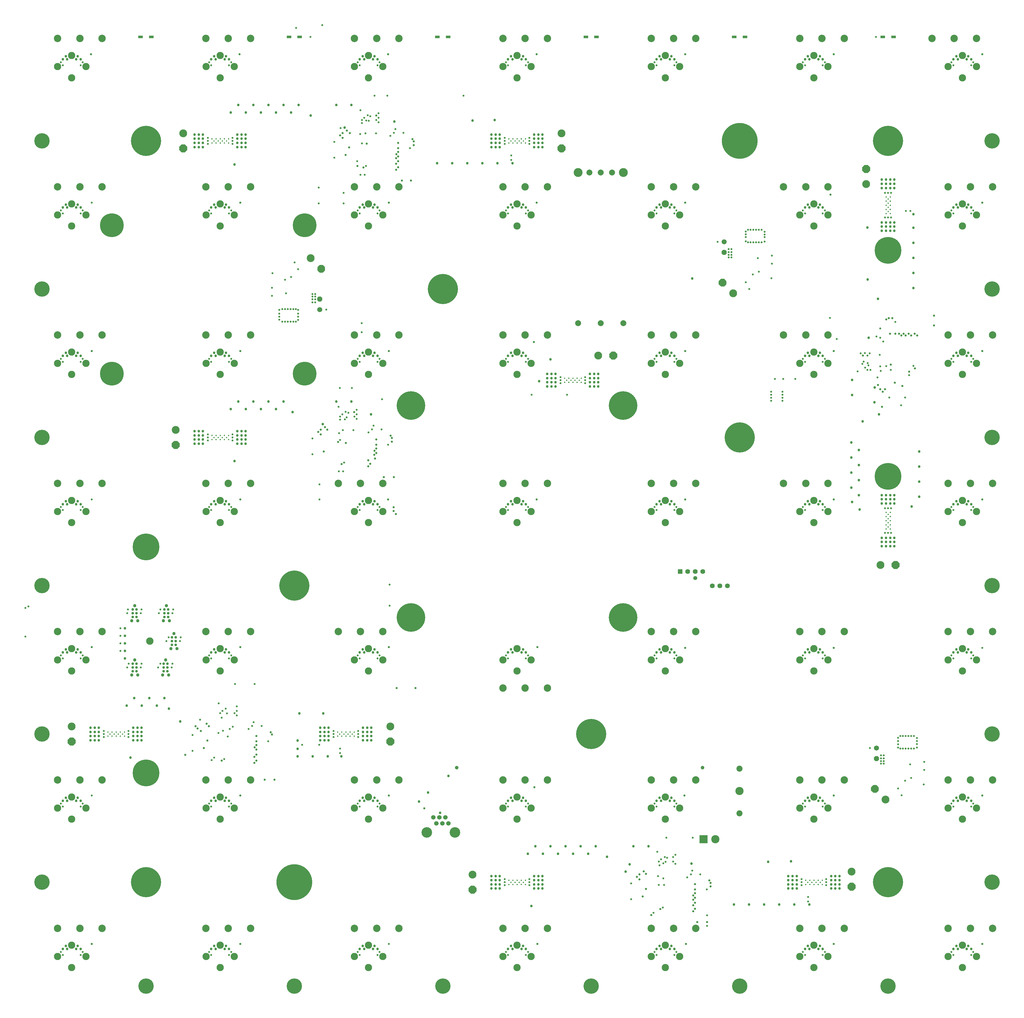
<source format=gbs>
G75*
%MOIN*%
%OFA0B0*%
%FSLAX24Y24*%
%IPPOS*%
%LPD*%
%AMOC8*
5,1,8,0,0,1.08239X$1,22.5*
%
%ADD10C,0.0100*%
%ADD11C,0.2040*%
%ADD12C,0.0978*%
%ADD13C,0.0960*%
%ADD14C,0.0965*%
%ADD15C,0.0985*%
%ADD16C,0.1040*%
%ADD17OC8,0.1040*%
%ADD18C,0.4000*%
%ADD19C,0.3790*%
%ADD20C,0.3140*%
%ADD21C,0.0640*%
%ADD22R,0.0640X0.0640*%
%ADD23C,0.0532*%
%ADD24R,0.1090X0.1090*%
%ADD25C,0.1090*%
%ADD26C,0.1080*%
%ADD27C,0.0805*%
%ADD28C,0.1400*%
%ADD29C,0.0590*%
%ADD30R,0.0631X0.0375*%
%ADD31C,0.0790*%
%ADD32C,0.1180*%
%ADD33OC8,0.0670*%
%ADD34C,0.0670*%
%ADD35C,0.0208*%
%ADD36C,0.0350*%
%ADD37C,0.0430*%
%ADD38C,0.0340*%
%ADD39C,0.0260*%
%ADD40C,0.0290*%
%ADD41C,0.3540*%
%ADD42C,0.4764*%
%ADD43C,0.0490*%
%ADD44C,0.0280*%
D10*
X012771Y037276D02*
X012773Y037288D01*
X012779Y037298D01*
X012787Y037306D01*
X012798Y037311D01*
X012810Y037312D01*
X012821Y037309D01*
X012831Y037302D01*
X012839Y037293D01*
X012843Y037282D01*
X012843Y037270D01*
X012839Y037259D01*
X012831Y037250D01*
X012821Y037243D01*
X012810Y037240D01*
X012798Y037241D01*
X012787Y037246D01*
X012779Y037254D01*
X012773Y037264D01*
X012771Y037276D01*
X013047Y037552D02*
X013049Y037564D01*
X013055Y037574D01*
X013063Y037582D01*
X013074Y037587D01*
X013086Y037588D01*
X013097Y037585D01*
X013107Y037578D01*
X013115Y037569D01*
X013119Y037558D01*
X013119Y037546D01*
X013115Y037535D01*
X013107Y037526D01*
X013097Y037519D01*
X013086Y037516D01*
X013074Y037517D01*
X013063Y037522D01*
X013055Y037530D01*
X013049Y037540D01*
X013047Y037552D01*
X012771Y037827D02*
X012773Y037839D01*
X012779Y037849D01*
X012787Y037857D01*
X012798Y037862D01*
X012810Y037863D01*
X012821Y037860D01*
X012831Y037853D01*
X012839Y037844D01*
X012843Y037833D01*
X012843Y037821D01*
X012839Y037810D01*
X012831Y037801D01*
X012821Y037794D01*
X012810Y037791D01*
X012798Y037792D01*
X012787Y037797D01*
X012779Y037805D01*
X012773Y037815D01*
X012771Y037827D01*
X013323Y037827D02*
X013325Y037839D01*
X013331Y037849D01*
X013339Y037857D01*
X013350Y037862D01*
X013362Y037863D01*
X013373Y037860D01*
X013383Y037853D01*
X013391Y037844D01*
X013395Y037833D01*
X013395Y037821D01*
X013391Y037810D01*
X013383Y037801D01*
X013373Y037794D01*
X013362Y037791D01*
X013350Y037792D01*
X013339Y037797D01*
X013331Y037805D01*
X013325Y037815D01*
X013323Y037827D01*
X013598Y037552D02*
X013600Y037564D01*
X013606Y037574D01*
X013614Y037582D01*
X013625Y037587D01*
X013637Y037588D01*
X013648Y037585D01*
X013658Y037578D01*
X013666Y037569D01*
X013670Y037558D01*
X013670Y037546D01*
X013666Y037535D01*
X013658Y037526D01*
X013648Y037519D01*
X013637Y037516D01*
X013625Y037517D01*
X013614Y037522D01*
X013606Y037530D01*
X013600Y037540D01*
X013598Y037552D01*
X013323Y037276D02*
X013325Y037288D01*
X013331Y037298D01*
X013339Y037306D01*
X013350Y037311D01*
X013362Y037312D01*
X013373Y037309D01*
X013383Y037302D01*
X013391Y037293D01*
X013395Y037282D01*
X013395Y037270D01*
X013391Y037259D01*
X013383Y037250D01*
X013373Y037243D01*
X013362Y037240D01*
X013350Y037241D01*
X013339Y037246D01*
X013331Y037254D01*
X013325Y037264D01*
X013323Y037276D01*
X013874Y037276D02*
X013876Y037288D01*
X013882Y037298D01*
X013890Y037306D01*
X013901Y037311D01*
X013913Y037312D01*
X013924Y037309D01*
X013934Y037302D01*
X013942Y037293D01*
X013946Y037282D01*
X013946Y037270D01*
X013942Y037259D01*
X013934Y037250D01*
X013924Y037243D01*
X013913Y037240D01*
X013901Y037241D01*
X013890Y037246D01*
X013882Y037254D01*
X013876Y037264D01*
X013874Y037276D01*
X014149Y037552D02*
X014151Y037564D01*
X014157Y037574D01*
X014165Y037582D01*
X014176Y037587D01*
X014188Y037588D01*
X014199Y037585D01*
X014209Y037578D01*
X014217Y037569D01*
X014221Y037558D01*
X014221Y037546D01*
X014217Y037535D01*
X014209Y037526D01*
X014199Y037519D01*
X014188Y037516D01*
X014176Y037517D01*
X014165Y037522D01*
X014157Y037530D01*
X014151Y037540D01*
X014149Y037552D01*
X013874Y037827D02*
X013876Y037839D01*
X013882Y037849D01*
X013890Y037857D01*
X013901Y037862D01*
X013913Y037863D01*
X013924Y037860D01*
X013934Y037853D01*
X013942Y037844D01*
X013946Y037833D01*
X013946Y037821D01*
X013942Y037810D01*
X013934Y037801D01*
X013924Y037794D01*
X013913Y037791D01*
X013901Y037792D01*
X013890Y037797D01*
X013882Y037805D01*
X013876Y037815D01*
X013874Y037827D01*
X014425Y037827D02*
X014427Y037839D01*
X014433Y037849D01*
X014441Y037857D01*
X014452Y037862D01*
X014464Y037863D01*
X014475Y037860D01*
X014485Y037853D01*
X014493Y037844D01*
X014497Y037833D01*
X014497Y037821D01*
X014493Y037810D01*
X014485Y037801D01*
X014475Y037794D01*
X014464Y037791D01*
X014452Y037792D01*
X014441Y037797D01*
X014433Y037805D01*
X014427Y037815D01*
X014425Y037827D01*
X014701Y037552D02*
X014703Y037564D01*
X014709Y037574D01*
X014717Y037582D01*
X014728Y037587D01*
X014740Y037588D01*
X014751Y037585D01*
X014761Y037578D01*
X014769Y037569D01*
X014773Y037558D01*
X014773Y037546D01*
X014769Y037535D01*
X014761Y037526D01*
X014751Y037519D01*
X014740Y037516D01*
X014728Y037517D01*
X014717Y037522D01*
X014709Y037530D01*
X014703Y037540D01*
X014701Y037552D01*
X014425Y037276D02*
X014427Y037288D01*
X014433Y037298D01*
X014441Y037306D01*
X014452Y037311D01*
X014464Y037312D01*
X014475Y037309D01*
X014485Y037302D01*
X014493Y037293D01*
X014497Y037282D01*
X014497Y037270D01*
X014493Y037259D01*
X014485Y037250D01*
X014475Y037243D01*
X014464Y037240D01*
X014452Y037241D01*
X014441Y037246D01*
X014433Y037254D01*
X014427Y037264D01*
X014425Y037276D01*
X014976Y037276D02*
X014978Y037288D01*
X014984Y037298D01*
X014992Y037306D01*
X015003Y037311D01*
X015015Y037312D01*
X015026Y037309D01*
X015036Y037302D01*
X015044Y037293D01*
X015048Y037282D01*
X015048Y037270D01*
X015044Y037259D01*
X015036Y037250D01*
X015026Y037243D01*
X015015Y037240D01*
X015003Y037241D01*
X014992Y037246D01*
X014984Y037254D01*
X014978Y037264D01*
X014976Y037276D01*
X014976Y037827D02*
X014978Y037839D01*
X014984Y037849D01*
X014992Y037857D01*
X015003Y037862D01*
X015015Y037863D01*
X015026Y037860D01*
X015036Y037853D01*
X015044Y037844D01*
X015048Y037833D01*
X015048Y037821D01*
X015044Y037810D01*
X015036Y037801D01*
X015026Y037794D01*
X015015Y037791D01*
X015003Y037792D01*
X014992Y037797D01*
X014984Y037805D01*
X014978Y037815D01*
X014976Y037827D01*
X043240Y037827D02*
X043242Y037839D01*
X043248Y037849D01*
X043256Y037857D01*
X043267Y037862D01*
X043279Y037863D01*
X043290Y037860D01*
X043300Y037853D01*
X043308Y037844D01*
X043312Y037833D01*
X043312Y037821D01*
X043308Y037810D01*
X043300Y037801D01*
X043290Y037794D01*
X043279Y037791D01*
X043267Y037792D01*
X043256Y037797D01*
X043248Y037805D01*
X043242Y037815D01*
X043240Y037827D01*
X043516Y037552D02*
X043518Y037564D01*
X043524Y037574D01*
X043532Y037582D01*
X043543Y037587D01*
X043555Y037588D01*
X043566Y037585D01*
X043576Y037578D01*
X043584Y037569D01*
X043588Y037558D01*
X043588Y037546D01*
X043584Y037535D01*
X043576Y037526D01*
X043566Y037519D01*
X043555Y037516D01*
X043543Y037517D01*
X043532Y037522D01*
X043524Y037530D01*
X043518Y037540D01*
X043516Y037552D01*
X043240Y037276D02*
X043242Y037288D01*
X043248Y037298D01*
X043256Y037306D01*
X043267Y037311D01*
X043279Y037312D01*
X043290Y037309D01*
X043300Y037302D01*
X043308Y037293D01*
X043312Y037282D01*
X043312Y037270D01*
X043308Y037259D01*
X043300Y037250D01*
X043290Y037243D01*
X043279Y037240D01*
X043267Y037241D01*
X043256Y037246D01*
X043248Y037254D01*
X043242Y037264D01*
X043240Y037276D01*
X043791Y037276D02*
X043793Y037288D01*
X043799Y037298D01*
X043807Y037306D01*
X043818Y037311D01*
X043830Y037312D01*
X043841Y037309D01*
X043851Y037302D01*
X043859Y037293D01*
X043863Y037282D01*
X043863Y037270D01*
X043859Y037259D01*
X043851Y037250D01*
X043841Y037243D01*
X043830Y037240D01*
X043818Y037241D01*
X043807Y037246D01*
X043799Y037254D01*
X043793Y037264D01*
X043791Y037276D01*
X044067Y037552D02*
X044069Y037564D01*
X044075Y037574D01*
X044083Y037582D01*
X044094Y037587D01*
X044106Y037588D01*
X044117Y037585D01*
X044127Y037578D01*
X044135Y037569D01*
X044139Y037558D01*
X044139Y037546D01*
X044135Y037535D01*
X044127Y037526D01*
X044117Y037519D01*
X044106Y037516D01*
X044094Y037517D01*
X044083Y037522D01*
X044075Y037530D01*
X044069Y037540D01*
X044067Y037552D01*
X043791Y037827D02*
X043793Y037839D01*
X043799Y037849D01*
X043807Y037857D01*
X043818Y037862D01*
X043830Y037863D01*
X043841Y037860D01*
X043851Y037853D01*
X043859Y037844D01*
X043863Y037833D01*
X043863Y037821D01*
X043859Y037810D01*
X043851Y037801D01*
X043841Y037794D01*
X043830Y037791D01*
X043818Y037792D01*
X043807Y037797D01*
X043799Y037805D01*
X043793Y037815D01*
X043791Y037827D01*
X044342Y037827D02*
X044344Y037839D01*
X044350Y037849D01*
X044358Y037857D01*
X044369Y037862D01*
X044381Y037863D01*
X044392Y037860D01*
X044402Y037853D01*
X044410Y037844D01*
X044414Y037833D01*
X044414Y037821D01*
X044410Y037810D01*
X044402Y037801D01*
X044392Y037794D01*
X044381Y037791D01*
X044369Y037792D01*
X044358Y037797D01*
X044350Y037805D01*
X044344Y037815D01*
X044342Y037827D01*
X044618Y037552D02*
X044620Y037564D01*
X044626Y037574D01*
X044634Y037582D01*
X044645Y037587D01*
X044657Y037588D01*
X044668Y037585D01*
X044678Y037578D01*
X044686Y037569D01*
X044690Y037558D01*
X044690Y037546D01*
X044686Y037535D01*
X044678Y037526D01*
X044668Y037519D01*
X044657Y037516D01*
X044645Y037517D01*
X044634Y037522D01*
X044626Y037530D01*
X044620Y037540D01*
X044618Y037552D01*
X044342Y037276D02*
X044344Y037288D01*
X044350Y037298D01*
X044358Y037306D01*
X044369Y037311D01*
X044381Y037312D01*
X044392Y037309D01*
X044402Y037302D01*
X044410Y037293D01*
X044414Y037282D01*
X044414Y037270D01*
X044410Y037259D01*
X044402Y037250D01*
X044392Y037243D01*
X044381Y037240D01*
X044369Y037241D01*
X044358Y037246D01*
X044350Y037254D01*
X044344Y037264D01*
X044342Y037276D01*
X044894Y037276D02*
X044896Y037288D01*
X044902Y037298D01*
X044910Y037306D01*
X044921Y037311D01*
X044933Y037312D01*
X044944Y037309D01*
X044954Y037302D01*
X044962Y037293D01*
X044966Y037282D01*
X044966Y037270D01*
X044962Y037259D01*
X044954Y037250D01*
X044944Y037243D01*
X044933Y037240D01*
X044921Y037241D01*
X044910Y037246D01*
X044902Y037254D01*
X044896Y037264D01*
X044894Y037276D01*
X045169Y037552D02*
X045171Y037564D01*
X045177Y037574D01*
X045185Y037582D01*
X045196Y037587D01*
X045208Y037588D01*
X045219Y037585D01*
X045229Y037578D01*
X045237Y037569D01*
X045241Y037558D01*
X045241Y037546D01*
X045237Y037535D01*
X045229Y037526D01*
X045219Y037519D01*
X045208Y037516D01*
X045196Y037517D01*
X045185Y037522D01*
X045177Y037530D01*
X045171Y037540D01*
X045169Y037552D01*
X044894Y037827D02*
X044896Y037839D01*
X044902Y037849D01*
X044910Y037857D01*
X044921Y037862D01*
X044933Y037863D01*
X044944Y037860D01*
X044954Y037853D01*
X044962Y037844D01*
X044966Y037833D01*
X044966Y037821D01*
X044962Y037810D01*
X044954Y037801D01*
X044944Y037794D01*
X044933Y037791D01*
X044921Y037792D01*
X044910Y037797D01*
X044902Y037805D01*
X044896Y037815D01*
X044894Y037827D01*
X045445Y037827D02*
X045447Y037839D01*
X045453Y037849D01*
X045461Y037857D01*
X045472Y037862D01*
X045484Y037863D01*
X045495Y037860D01*
X045505Y037853D01*
X045513Y037844D01*
X045517Y037833D01*
X045517Y037821D01*
X045513Y037810D01*
X045505Y037801D01*
X045495Y037794D01*
X045484Y037791D01*
X045472Y037792D01*
X045461Y037797D01*
X045453Y037805D01*
X045447Y037815D01*
X045445Y037827D01*
X045445Y037276D02*
X045447Y037288D01*
X045453Y037298D01*
X045461Y037306D01*
X045472Y037311D01*
X045484Y037312D01*
X045495Y037309D01*
X045505Y037302D01*
X045513Y037293D01*
X045517Y037282D01*
X045517Y037270D01*
X045513Y037259D01*
X045505Y037250D01*
X045495Y037243D01*
X045484Y037240D01*
X045472Y037241D01*
X045461Y037246D01*
X045453Y037254D01*
X045447Y037264D01*
X045445Y037276D01*
X065941Y018142D02*
X065943Y018154D01*
X065949Y018164D01*
X065957Y018172D01*
X065968Y018177D01*
X065980Y018178D01*
X065991Y018175D01*
X066001Y018168D01*
X066009Y018159D01*
X066013Y018148D01*
X066013Y018136D01*
X066009Y018125D01*
X066001Y018116D01*
X065991Y018109D01*
X065980Y018106D01*
X065968Y018107D01*
X065957Y018112D01*
X065949Y018120D01*
X065943Y018130D01*
X065941Y018142D01*
X066216Y017867D02*
X066218Y017879D01*
X066224Y017889D01*
X066232Y017897D01*
X066243Y017902D01*
X066255Y017903D01*
X066266Y017900D01*
X066276Y017893D01*
X066284Y017884D01*
X066288Y017873D01*
X066288Y017861D01*
X066284Y017850D01*
X066276Y017841D01*
X066266Y017834D01*
X066255Y017831D01*
X066243Y017832D01*
X066232Y017837D01*
X066224Y017845D01*
X066218Y017855D01*
X066216Y017867D01*
X065941Y017591D02*
X065943Y017603D01*
X065949Y017613D01*
X065957Y017621D01*
X065968Y017626D01*
X065980Y017627D01*
X065991Y017624D01*
X066001Y017617D01*
X066009Y017608D01*
X066013Y017597D01*
X066013Y017585D01*
X066009Y017574D01*
X066001Y017565D01*
X065991Y017558D01*
X065980Y017555D01*
X065968Y017556D01*
X065957Y017561D01*
X065949Y017569D01*
X065943Y017579D01*
X065941Y017591D01*
X066492Y017591D02*
X066494Y017603D01*
X066500Y017613D01*
X066508Y017621D01*
X066519Y017626D01*
X066531Y017627D01*
X066542Y017624D01*
X066552Y017617D01*
X066560Y017608D01*
X066564Y017597D01*
X066564Y017585D01*
X066560Y017574D01*
X066552Y017565D01*
X066542Y017558D01*
X066531Y017555D01*
X066519Y017556D01*
X066508Y017561D01*
X066500Y017569D01*
X066494Y017579D01*
X066492Y017591D01*
X066768Y017867D02*
X066770Y017879D01*
X066776Y017889D01*
X066784Y017897D01*
X066795Y017902D01*
X066807Y017903D01*
X066818Y017900D01*
X066828Y017893D01*
X066836Y017884D01*
X066840Y017873D01*
X066840Y017861D01*
X066836Y017850D01*
X066828Y017841D01*
X066818Y017834D01*
X066807Y017831D01*
X066795Y017832D01*
X066784Y017837D01*
X066776Y017845D01*
X066770Y017855D01*
X066768Y017867D01*
X066492Y018142D02*
X066494Y018154D01*
X066500Y018164D01*
X066508Y018172D01*
X066519Y018177D01*
X066531Y018178D01*
X066542Y018175D01*
X066552Y018168D01*
X066560Y018159D01*
X066564Y018148D01*
X066564Y018136D01*
X066560Y018125D01*
X066552Y018116D01*
X066542Y018109D01*
X066531Y018106D01*
X066519Y018107D01*
X066508Y018112D01*
X066500Y018120D01*
X066494Y018130D01*
X066492Y018142D01*
X067043Y018142D02*
X067045Y018154D01*
X067051Y018164D01*
X067059Y018172D01*
X067070Y018177D01*
X067082Y018178D01*
X067093Y018175D01*
X067103Y018168D01*
X067111Y018159D01*
X067115Y018148D01*
X067115Y018136D01*
X067111Y018125D01*
X067103Y018116D01*
X067093Y018109D01*
X067082Y018106D01*
X067070Y018107D01*
X067059Y018112D01*
X067051Y018120D01*
X067045Y018130D01*
X067043Y018142D01*
X067319Y017867D02*
X067321Y017879D01*
X067327Y017889D01*
X067335Y017897D01*
X067346Y017902D01*
X067358Y017903D01*
X067369Y017900D01*
X067379Y017893D01*
X067387Y017884D01*
X067391Y017873D01*
X067391Y017861D01*
X067387Y017850D01*
X067379Y017841D01*
X067369Y017834D01*
X067358Y017831D01*
X067346Y017832D01*
X067335Y017837D01*
X067327Y017845D01*
X067321Y017855D01*
X067319Y017867D01*
X067043Y017591D02*
X067045Y017603D01*
X067051Y017613D01*
X067059Y017621D01*
X067070Y017626D01*
X067082Y017627D01*
X067093Y017624D01*
X067103Y017617D01*
X067111Y017608D01*
X067115Y017597D01*
X067115Y017585D01*
X067111Y017574D01*
X067103Y017565D01*
X067093Y017558D01*
X067082Y017555D01*
X067070Y017556D01*
X067059Y017561D01*
X067051Y017569D01*
X067045Y017579D01*
X067043Y017591D01*
X067594Y017591D02*
X067596Y017603D01*
X067602Y017613D01*
X067610Y017621D01*
X067621Y017626D01*
X067633Y017627D01*
X067644Y017624D01*
X067654Y017617D01*
X067662Y017608D01*
X067666Y017597D01*
X067666Y017585D01*
X067662Y017574D01*
X067654Y017565D01*
X067644Y017558D01*
X067633Y017555D01*
X067621Y017556D01*
X067610Y017561D01*
X067602Y017569D01*
X067596Y017579D01*
X067594Y017591D01*
X067870Y017867D02*
X067872Y017879D01*
X067878Y017889D01*
X067886Y017897D01*
X067897Y017902D01*
X067909Y017903D01*
X067920Y017900D01*
X067930Y017893D01*
X067938Y017884D01*
X067942Y017873D01*
X067942Y017861D01*
X067938Y017850D01*
X067930Y017841D01*
X067920Y017834D01*
X067909Y017831D01*
X067897Y017832D01*
X067886Y017837D01*
X067878Y017845D01*
X067872Y017855D01*
X067870Y017867D01*
X067594Y018142D02*
X067596Y018154D01*
X067602Y018164D01*
X067610Y018172D01*
X067621Y018177D01*
X067633Y018178D01*
X067644Y018175D01*
X067654Y018168D01*
X067662Y018159D01*
X067666Y018148D01*
X067666Y018136D01*
X067662Y018125D01*
X067654Y018116D01*
X067644Y018109D01*
X067633Y018106D01*
X067621Y018107D01*
X067610Y018112D01*
X067602Y018120D01*
X067596Y018130D01*
X067594Y018142D01*
X068145Y018142D02*
X068147Y018154D01*
X068153Y018164D01*
X068161Y018172D01*
X068172Y018177D01*
X068184Y018178D01*
X068195Y018175D01*
X068205Y018168D01*
X068213Y018159D01*
X068217Y018148D01*
X068217Y018136D01*
X068213Y018125D01*
X068205Y018116D01*
X068195Y018109D01*
X068184Y018106D01*
X068172Y018107D01*
X068161Y018112D01*
X068153Y018120D01*
X068147Y018130D01*
X068145Y018142D01*
X068145Y017591D02*
X068147Y017603D01*
X068153Y017613D01*
X068161Y017621D01*
X068172Y017626D01*
X068184Y017627D01*
X068195Y017624D01*
X068205Y017617D01*
X068213Y017608D01*
X068217Y017597D01*
X068217Y017585D01*
X068213Y017574D01*
X068205Y017565D01*
X068195Y017558D01*
X068184Y017555D01*
X068172Y017556D01*
X068161Y017561D01*
X068153Y017569D01*
X068147Y017579D01*
X068145Y017591D01*
X105311Y017591D02*
X105313Y017603D01*
X105319Y017613D01*
X105327Y017621D01*
X105338Y017626D01*
X105350Y017627D01*
X105361Y017624D01*
X105371Y017617D01*
X105379Y017608D01*
X105383Y017597D01*
X105383Y017585D01*
X105379Y017574D01*
X105371Y017565D01*
X105361Y017558D01*
X105350Y017555D01*
X105338Y017556D01*
X105327Y017561D01*
X105319Y017569D01*
X105313Y017579D01*
X105311Y017591D01*
X105586Y017867D02*
X105588Y017879D01*
X105594Y017889D01*
X105602Y017897D01*
X105613Y017902D01*
X105625Y017903D01*
X105636Y017900D01*
X105646Y017893D01*
X105654Y017884D01*
X105658Y017873D01*
X105658Y017861D01*
X105654Y017850D01*
X105646Y017841D01*
X105636Y017834D01*
X105625Y017831D01*
X105613Y017832D01*
X105602Y017837D01*
X105594Y017845D01*
X105588Y017855D01*
X105586Y017867D01*
X105311Y018142D02*
X105313Y018154D01*
X105319Y018164D01*
X105327Y018172D01*
X105338Y018177D01*
X105350Y018178D01*
X105361Y018175D01*
X105371Y018168D01*
X105379Y018159D01*
X105383Y018148D01*
X105383Y018136D01*
X105379Y018125D01*
X105371Y018116D01*
X105361Y018109D01*
X105350Y018106D01*
X105338Y018107D01*
X105327Y018112D01*
X105319Y018120D01*
X105313Y018130D01*
X105311Y018142D01*
X105862Y018142D02*
X105864Y018154D01*
X105870Y018164D01*
X105878Y018172D01*
X105889Y018177D01*
X105901Y018178D01*
X105912Y018175D01*
X105922Y018168D01*
X105930Y018159D01*
X105934Y018148D01*
X105934Y018136D01*
X105930Y018125D01*
X105922Y018116D01*
X105912Y018109D01*
X105901Y018106D01*
X105889Y018107D01*
X105878Y018112D01*
X105870Y018120D01*
X105864Y018130D01*
X105862Y018142D01*
X106138Y017867D02*
X106140Y017879D01*
X106146Y017889D01*
X106154Y017897D01*
X106165Y017902D01*
X106177Y017903D01*
X106188Y017900D01*
X106198Y017893D01*
X106206Y017884D01*
X106210Y017873D01*
X106210Y017861D01*
X106206Y017850D01*
X106198Y017841D01*
X106188Y017834D01*
X106177Y017831D01*
X106165Y017832D01*
X106154Y017837D01*
X106146Y017845D01*
X106140Y017855D01*
X106138Y017867D01*
X105862Y017591D02*
X105864Y017603D01*
X105870Y017613D01*
X105878Y017621D01*
X105889Y017626D01*
X105901Y017627D01*
X105912Y017624D01*
X105922Y017617D01*
X105930Y017608D01*
X105934Y017597D01*
X105934Y017585D01*
X105930Y017574D01*
X105922Y017565D01*
X105912Y017558D01*
X105901Y017555D01*
X105889Y017556D01*
X105878Y017561D01*
X105870Y017569D01*
X105864Y017579D01*
X105862Y017591D01*
X106413Y017591D02*
X106415Y017603D01*
X106421Y017613D01*
X106429Y017621D01*
X106440Y017626D01*
X106452Y017627D01*
X106463Y017624D01*
X106473Y017617D01*
X106481Y017608D01*
X106485Y017597D01*
X106485Y017585D01*
X106481Y017574D01*
X106473Y017565D01*
X106463Y017558D01*
X106452Y017555D01*
X106440Y017556D01*
X106429Y017561D01*
X106421Y017569D01*
X106415Y017579D01*
X106413Y017591D01*
X106689Y017867D02*
X106691Y017879D01*
X106697Y017889D01*
X106705Y017897D01*
X106716Y017902D01*
X106728Y017903D01*
X106739Y017900D01*
X106749Y017893D01*
X106757Y017884D01*
X106761Y017873D01*
X106761Y017861D01*
X106757Y017850D01*
X106749Y017841D01*
X106739Y017834D01*
X106728Y017831D01*
X106716Y017832D01*
X106705Y017837D01*
X106697Y017845D01*
X106691Y017855D01*
X106689Y017867D01*
X106413Y018142D02*
X106415Y018154D01*
X106421Y018164D01*
X106429Y018172D01*
X106440Y018177D01*
X106452Y018178D01*
X106463Y018175D01*
X106473Y018168D01*
X106481Y018159D01*
X106485Y018148D01*
X106485Y018136D01*
X106481Y018125D01*
X106473Y018116D01*
X106463Y018109D01*
X106452Y018106D01*
X106440Y018107D01*
X106429Y018112D01*
X106421Y018120D01*
X106415Y018130D01*
X106413Y018142D01*
X106964Y018142D02*
X106966Y018154D01*
X106972Y018164D01*
X106980Y018172D01*
X106991Y018177D01*
X107003Y018178D01*
X107014Y018175D01*
X107024Y018168D01*
X107032Y018159D01*
X107036Y018148D01*
X107036Y018136D01*
X107032Y018125D01*
X107024Y018116D01*
X107014Y018109D01*
X107003Y018106D01*
X106991Y018107D01*
X106980Y018112D01*
X106972Y018120D01*
X106966Y018130D01*
X106964Y018142D01*
X107240Y017867D02*
X107242Y017879D01*
X107248Y017889D01*
X107256Y017897D01*
X107267Y017902D01*
X107279Y017903D01*
X107290Y017900D01*
X107300Y017893D01*
X107308Y017884D01*
X107312Y017873D01*
X107312Y017861D01*
X107308Y017850D01*
X107300Y017841D01*
X107290Y017834D01*
X107279Y017831D01*
X107267Y017832D01*
X107256Y017837D01*
X107248Y017845D01*
X107242Y017855D01*
X107240Y017867D01*
X106964Y017591D02*
X106966Y017603D01*
X106972Y017613D01*
X106980Y017621D01*
X106991Y017626D01*
X107003Y017627D01*
X107014Y017624D01*
X107024Y017617D01*
X107032Y017608D01*
X107036Y017597D01*
X107036Y017585D01*
X107032Y017574D01*
X107024Y017565D01*
X107014Y017558D01*
X107003Y017555D01*
X106991Y017556D01*
X106980Y017561D01*
X106972Y017569D01*
X106966Y017579D01*
X106964Y017591D01*
X107516Y017591D02*
X107518Y017603D01*
X107524Y017613D01*
X107532Y017621D01*
X107543Y017626D01*
X107555Y017627D01*
X107566Y017624D01*
X107576Y017617D01*
X107584Y017608D01*
X107588Y017597D01*
X107588Y017585D01*
X107584Y017574D01*
X107576Y017565D01*
X107566Y017558D01*
X107555Y017555D01*
X107543Y017556D01*
X107532Y017561D01*
X107524Y017569D01*
X107518Y017579D01*
X107516Y017591D01*
X107516Y018142D02*
X107518Y018154D01*
X107524Y018164D01*
X107532Y018172D01*
X107543Y018177D01*
X107555Y018178D01*
X107566Y018175D01*
X107576Y018168D01*
X107584Y018159D01*
X107588Y018148D01*
X107588Y018136D01*
X107584Y018125D01*
X107576Y018116D01*
X107566Y018109D01*
X107555Y018106D01*
X107543Y018107D01*
X107532Y018112D01*
X107524Y018120D01*
X107518Y018130D01*
X107516Y018142D01*
X115980Y064776D02*
X115982Y064788D01*
X115988Y064798D01*
X115996Y064806D01*
X116007Y064811D01*
X116019Y064812D01*
X116030Y064809D01*
X116040Y064802D01*
X116048Y064793D01*
X116052Y064782D01*
X116052Y064770D01*
X116048Y064759D01*
X116040Y064750D01*
X116030Y064743D01*
X116019Y064740D01*
X116007Y064741D01*
X115996Y064746D01*
X115988Y064754D01*
X115982Y064764D01*
X115980Y064776D01*
X116256Y065052D02*
X116258Y065064D01*
X116264Y065074D01*
X116272Y065082D01*
X116283Y065087D01*
X116295Y065088D01*
X116306Y065085D01*
X116316Y065078D01*
X116324Y065069D01*
X116328Y065058D01*
X116328Y065046D01*
X116324Y065035D01*
X116316Y065026D01*
X116306Y065019D01*
X116295Y065016D01*
X116283Y065017D01*
X116272Y065022D01*
X116264Y065030D01*
X116258Y065040D01*
X116256Y065052D01*
X115980Y065327D02*
X115982Y065339D01*
X115988Y065349D01*
X115996Y065357D01*
X116007Y065362D01*
X116019Y065363D01*
X116030Y065360D01*
X116040Y065353D01*
X116048Y065344D01*
X116052Y065333D01*
X116052Y065321D01*
X116048Y065310D01*
X116040Y065301D01*
X116030Y065294D01*
X116019Y065291D01*
X116007Y065292D01*
X115996Y065297D01*
X115988Y065305D01*
X115982Y065315D01*
X115980Y065327D01*
X116256Y065603D02*
X116258Y065615D01*
X116264Y065625D01*
X116272Y065633D01*
X116283Y065638D01*
X116295Y065639D01*
X116306Y065636D01*
X116316Y065629D01*
X116324Y065620D01*
X116328Y065609D01*
X116328Y065597D01*
X116324Y065586D01*
X116316Y065577D01*
X116306Y065570D01*
X116295Y065567D01*
X116283Y065568D01*
X116272Y065573D01*
X116264Y065581D01*
X116258Y065591D01*
X116256Y065603D01*
X115980Y065878D02*
X115982Y065890D01*
X115988Y065900D01*
X115996Y065908D01*
X116007Y065913D01*
X116019Y065914D01*
X116030Y065911D01*
X116040Y065904D01*
X116048Y065895D01*
X116052Y065884D01*
X116052Y065872D01*
X116048Y065861D01*
X116040Y065852D01*
X116030Y065845D01*
X116019Y065842D01*
X116007Y065843D01*
X115996Y065848D01*
X115988Y065856D01*
X115982Y065866D01*
X115980Y065878D01*
X116256Y066154D02*
X116258Y066166D01*
X116264Y066176D01*
X116272Y066184D01*
X116283Y066189D01*
X116295Y066190D01*
X116306Y066187D01*
X116316Y066180D01*
X116324Y066171D01*
X116328Y066160D01*
X116328Y066148D01*
X116324Y066137D01*
X116316Y066128D01*
X116306Y066121D01*
X116295Y066118D01*
X116283Y066119D01*
X116272Y066124D01*
X116264Y066132D01*
X116258Y066142D01*
X116256Y066154D01*
X115980Y066430D02*
X115982Y066442D01*
X115988Y066452D01*
X115996Y066460D01*
X116007Y066465D01*
X116019Y066466D01*
X116030Y066463D01*
X116040Y066456D01*
X116048Y066447D01*
X116052Y066436D01*
X116052Y066424D01*
X116048Y066413D01*
X116040Y066404D01*
X116030Y066397D01*
X116019Y066394D01*
X116007Y066395D01*
X115996Y066400D01*
X115988Y066408D01*
X115982Y066418D01*
X115980Y066430D01*
X116256Y066705D02*
X116258Y066717D01*
X116264Y066727D01*
X116272Y066735D01*
X116283Y066740D01*
X116295Y066741D01*
X116306Y066738D01*
X116316Y066731D01*
X116324Y066722D01*
X116328Y066711D01*
X116328Y066699D01*
X116324Y066688D01*
X116316Y066679D01*
X116306Y066672D01*
X116295Y066669D01*
X116283Y066670D01*
X116272Y066675D01*
X116264Y066683D01*
X116258Y066693D01*
X116256Y066705D01*
X115980Y066981D02*
X115982Y066993D01*
X115988Y067003D01*
X115996Y067011D01*
X116007Y067016D01*
X116019Y067017D01*
X116030Y067014D01*
X116040Y067007D01*
X116048Y066998D01*
X116052Y066987D01*
X116052Y066975D01*
X116048Y066964D01*
X116040Y066955D01*
X116030Y066948D01*
X116019Y066945D01*
X116007Y066946D01*
X115996Y066951D01*
X115988Y066959D01*
X115982Y066969D01*
X115980Y066981D01*
X116531Y066981D02*
X116533Y066993D01*
X116539Y067003D01*
X116547Y067011D01*
X116558Y067016D01*
X116570Y067017D01*
X116581Y067014D01*
X116591Y067007D01*
X116599Y066998D01*
X116603Y066987D01*
X116603Y066975D01*
X116599Y066964D01*
X116591Y066955D01*
X116581Y066948D01*
X116570Y066945D01*
X116558Y066946D01*
X116547Y066951D01*
X116539Y066959D01*
X116533Y066969D01*
X116531Y066981D01*
X116531Y066430D02*
X116533Y066442D01*
X116539Y066452D01*
X116547Y066460D01*
X116558Y066465D01*
X116570Y066466D01*
X116581Y066463D01*
X116591Y066456D01*
X116599Y066447D01*
X116603Y066436D01*
X116603Y066424D01*
X116599Y066413D01*
X116591Y066404D01*
X116581Y066397D01*
X116570Y066394D01*
X116558Y066395D01*
X116547Y066400D01*
X116539Y066408D01*
X116533Y066418D01*
X116531Y066430D01*
X116531Y065878D02*
X116533Y065890D01*
X116539Y065900D01*
X116547Y065908D01*
X116558Y065913D01*
X116570Y065914D01*
X116581Y065911D01*
X116591Y065904D01*
X116599Y065895D01*
X116603Y065884D01*
X116603Y065872D01*
X116599Y065861D01*
X116591Y065852D01*
X116581Y065845D01*
X116570Y065842D01*
X116558Y065843D01*
X116547Y065848D01*
X116539Y065856D01*
X116533Y065866D01*
X116531Y065878D01*
X116531Y065327D02*
X116533Y065339D01*
X116539Y065349D01*
X116547Y065357D01*
X116558Y065362D01*
X116570Y065363D01*
X116581Y065360D01*
X116591Y065353D01*
X116599Y065344D01*
X116603Y065333D01*
X116603Y065321D01*
X116599Y065310D01*
X116591Y065301D01*
X116581Y065294D01*
X116570Y065291D01*
X116558Y065292D01*
X116547Y065297D01*
X116539Y065305D01*
X116533Y065315D01*
X116531Y065327D01*
X116531Y064776D02*
X116533Y064788D01*
X116539Y064798D01*
X116547Y064806D01*
X116558Y064811D01*
X116570Y064812D01*
X116581Y064809D01*
X116591Y064802D01*
X116599Y064793D01*
X116603Y064782D01*
X116603Y064770D01*
X116599Y064759D01*
X116591Y064750D01*
X116581Y064743D01*
X116570Y064740D01*
X116558Y064741D01*
X116547Y064746D01*
X116539Y064754D01*
X116533Y064764D01*
X116531Y064776D01*
X116531Y106646D02*
X116533Y106658D01*
X116539Y106668D01*
X116547Y106676D01*
X116558Y106681D01*
X116570Y106682D01*
X116581Y106679D01*
X116591Y106672D01*
X116599Y106663D01*
X116603Y106652D01*
X116603Y106640D01*
X116599Y106629D01*
X116591Y106620D01*
X116581Y106613D01*
X116570Y106610D01*
X116558Y106611D01*
X116547Y106616D01*
X116539Y106624D01*
X116533Y106634D01*
X116531Y106646D01*
X116256Y106922D02*
X116258Y106934D01*
X116264Y106944D01*
X116272Y106952D01*
X116283Y106957D01*
X116295Y106958D01*
X116306Y106955D01*
X116316Y106948D01*
X116324Y106939D01*
X116328Y106928D01*
X116328Y106916D01*
X116324Y106905D01*
X116316Y106896D01*
X116306Y106889D01*
X116295Y106886D01*
X116283Y106887D01*
X116272Y106892D01*
X116264Y106900D01*
X116258Y106910D01*
X116256Y106922D01*
X115980Y107197D02*
X115982Y107209D01*
X115988Y107219D01*
X115996Y107227D01*
X116007Y107232D01*
X116019Y107233D01*
X116030Y107230D01*
X116040Y107223D01*
X116048Y107214D01*
X116052Y107203D01*
X116052Y107191D01*
X116048Y107180D01*
X116040Y107171D01*
X116030Y107164D01*
X116019Y107161D01*
X116007Y107162D01*
X115996Y107167D01*
X115988Y107175D01*
X115982Y107185D01*
X115980Y107197D01*
X116256Y107473D02*
X116258Y107485D01*
X116264Y107495D01*
X116272Y107503D01*
X116283Y107508D01*
X116295Y107509D01*
X116306Y107506D01*
X116316Y107499D01*
X116324Y107490D01*
X116328Y107479D01*
X116328Y107467D01*
X116324Y107456D01*
X116316Y107447D01*
X116306Y107440D01*
X116295Y107437D01*
X116283Y107438D01*
X116272Y107443D01*
X116264Y107451D01*
X116258Y107461D01*
X116256Y107473D01*
X115980Y107748D02*
X115982Y107760D01*
X115988Y107770D01*
X115996Y107778D01*
X116007Y107783D01*
X116019Y107784D01*
X116030Y107781D01*
X116040Y107774D01*
X116048Y107765D01*
X116052Y107754D01*
X116052Y107742D01*
X116048Y107731D01*
X116040Y107722D01*
X116030Y107715D01*
X116019Y107712D01*
X116007Y107713D01*
X115996Y107718D01*
X115988Y107726D01*
X115982Y107736D01*
X115980Y107748D01*
X116256Y108024D02*
X116258Y108036D01*
X116264Y108046D01*
X116272Y108054D01*
X116283Y108059D01*
X116295Y108060D01*
X116306Y108057D01*
X116316Y108050D01*
X116324Y108041D01*
X116328Y108030D01*
X116328Y108018D01*
X116324Y108007D01*
X116316Y107998D01*
X116306Y107991D01*
X116295Y107988D01*
X116283Y107989D01*
X116272Y107994D01*
X116264Y108002D01*
X116258Y108012D01*
X116256Y108024D01*
X115980Y108300D02*
X115982Y108312D01*
X115988Y108322D01*
X115996Y108330D01*
X116007Y108335D01*
X116019Y108336D01*
X116030Y108333D01*
X116040Y108326D01*
X116048Y108317D01*
X116052Y108306D01*
X116052Y108294D01*
X116048Y108283D01*
X116040Y108274D01*
X116030Y108267D01*
X116019Y108264D01*
X116007Y108265D01*
X115996Y108270D01*
X115988Y108278D01*
X115982Y108288D01*
X115980Y108300D01*
X116256Y108575D02*
X116258Y108587D01*
X116264Y108597D01*
X116272Y108605D01*
X116283Y108610D01*
X116295Y108611D01*
X116306Y108608D01*
X116316Y108601D01*
X116324Y108592D01*
X116328Y108581D01*
X116328Y108569D01*
X116324Y108558D01*
X116316Y108549D01*
X116306Y108542D01*
X116295Y108539D01*
X116283Y108540D01*
X116272Y108545D01*
X116264Y108553D01*
X116258Y108563D01*
X116256Y108575D01*
X115980Y108851D02*
X115982Y108863D01*
X115988Y108873D01*
X115996Y108881D01*
X116007Y108886D01*
X116019Y108887D01*
X116030Y108884D01*
X116040Y108877D01*
X116048Y108868D01*
X116052Y108857D01*
X116052Y108845D01*
X116048Y108834D01*
X116040Y108825D01*
X116030Y108818D01*
X116019Y108815D01*
X116007Y108816D01*
X115996Y108821D01*
X115988Y108829D01*
X115982Y108839D01*
X115980Y108851D01*
X116531Y108851D02*
X116533Y108863D01*
X116539Y108873D01*
X116547Y108881D01*
X116558Y108886D01*
X116570Y108887D01*
X116581Y108884D01*
X116591Y108877D01*
X116599Y108868D01*
X116603Y108857D01*
X116603Y108845D01*
X116599Y108834D01*
X116591Y108825D01*
X116581Y108818D01*
X116570Y108815D01*
X116558Y108816D01*
X116547Y108821D01*
X116539Y108829D01*
X116533Y108839D01*
X116531Y108851D01*
X116531Y108300D02*
X116533Y108312D01*
X116539Y108322D01*
X116547Y108330D01*
X116558Y108335D01*
X116570Y108336D01*
X116581Y108333D01*
X116591Y108326D01*
X116599Y108317D01*
X116603Y108306D01*
X116603Y108294D01*
X116599Y108283D01*
X116591Y108274D01*
X116581Y108267D01*
X116570Y108264D01*
X116558Y108265D01*
X116547Y108270D01*
X116539Y108278D01*
X116533Y108288D01*
X116531Y108300D01*
X116531Y107748D02*
X116533Y107760D01*
X116539Y107770D01*
X116547Y107778D01*
X116558Y107783D01*
X116570Y107784D01*
X116581Y107781D01*
X116591Y107774D01*
X116599Y107765D01*
X116603Y107754D01*
X116603Y107742D01*
X116599Y107731D01*
X116591Y107722D01*
X116581Y107715D01*
X116570Y107712D01*
X116558Y107713D01*
X116547Y107718D01*
X116539Y107726D01*
X116533Y107736D01*
X116531Y107748D01*
X116531Y107197D02*
X116533Y107209D01*
X116539Y107219D01*
X116547Y107227D01*
X116558Y107232D01*
X116570Y107233D01*
X116581Y107230D01*
X116591Y107223D01*
X116599Y107214D01*
X116603Y107203D01*
X116603Y107191D01*
X116599Y107180D01*
X116591Y107171D01*
X116581Y107164D01*
X116570Y107161D01*
X116558Y107162D01*
X116547Y107167D01*
X116539Y107175D01*
X116533Y107185D01*
X116531Y107197D01*
X115980Y106646D02*
X115982Y106658D01*
X115988Y106668D01*
X115996Y106676D01*
X116007Y106681D01*
X116019Y106682D01*
X116030Y106679D01*
X116040Y106672D01*
X116048Y106663D01*
X116052Y106652D01*
X116052Y106640D01*
X116048Y106629D01*
X116040Y106620D01*
X116030Y106613D01*
X116019Y106610D01*
X116007Y106611D01*
X115996Y106616D01*
X115988Y106624D01*
X115982Y106634D01*
X115980Y106646D01*
X075547Y084796D02*
X075549Y084808D01*
X075555Y084818D01*
X075563Y084826D01*
X075574Y084831D01*
X075586Y084832D01*
X075597Y084829D01*
X075607Y084822D01*
X075615Y084813D01*
X075619Y084802D01*
X075619Y084790D01*
X075615Y084779D01*
X075607Y084770D01*
X075597Y084763D01*
X075586Y084760D01*
X075574Y084761D01*
X075563Y084766D01*
X075555Y084774D01*
X075549Y084784D01*
X075547Y084796D01*
X075271Y084520D02*
X075273Y084532D01*
X075279Y084542D01*
X075287Y084550D01*
X075298Y084555D01*
X075310Y084556D01*
X075321Y084553D01*
X075331Y084546D01*
X075339Y084537D01*
X075343Y084526D01*
X075343Y084514D01*
X075339Y084503D01*
X075331Y084494D01*
X075321Y084487D01*
X075310Y084484D01*
X075298Y084485D01*
X075287Y084490D01*
X075279Y084498D01*
X075273Y084508D01*
X075271Y084520D01*
X074996Y084244D02*
X074998Y084256D01*
X075004Y084266D01*
X075012Y084274D01*
X075023Y084279D01*
X075035Y084280D01*
X075046Y084277D01*
X075056Y084270D01*
X075064Y084261D01*
X075068Y084250D01*
X075068Y084238D01*
X075064Y084227D01*
X075056Y084218D01*
X075046Y084211D01*
X075035Y084208D01*
X075023Y084209D01*
X075012Y084214D01*
X075004Y084222D01*
X074998Y084232D01*
X074996Y084244D01*
X074720Y084520D02*
X074722Y084532D01*
X074728Y084542D01*
X074736Y084550D01*
X074747Y084555D01*
X074759Y084556D01*
X074770Y084553D01*
X074780Y084546D01*
X074788Y084537D01*
X074792Y084526D01*
X074792Y084514D01*
X074788Y084503D01*
X074780Y084494D01*
X074770Y084487D01*
X074759Y084484D01*
X074747Y084485D01*
X074736Y084490D01*
X074728Y084498D01*
X074722Y084508D01*
X074720Y084520D01*
X074445Y084244D02*
X074447Y084256D01*
X074453Y084266D01*
X074461Y084274D01*
X074472Y084279D01*
X074484Y084280D01*
X074495Y084277D01*
X074505Y084270D01*
X074513Y084261D01*
X074517Y084250D01*
X074517Y084238D01*
X074513Y084227D01*
X074505Y084218D01*
X074495Y084211D01*
X074484Y084208D01*
X074472Y084209D01*
X074461Y084214D01*
X074453Y084222D01*
X074447Y084232D01*
X074445Y084244D01*
X074169Y084520D02*
X074171Y084532D01*
X074177Y084542D01*
X074185Y084550D01*
X074196Y084555D01*
X074208Y084556D01*
X074219Y084553D01*
X074229Y084546D01*
X074237Y084537D01*
X074241Y084526D01*
X074241Y084514D01*
X074237Y084503D01*
X074229Y084494D01*
X074219Y084487D01*
X074208Y084484D01*
X074196Y084485D01*
X074185Y084490D01*
X074177Y084498D01*
X074171Y084508D01*
X074169Y084520D01*
X073894Y084244D02*
X073896Y084256D01*
X073902Y084266D01*
X073910Y084274D01*
X073921Y084279D01*
X073933Y084280D01*
X073944Y084277D01*
X073954Y084270D01*
X073962Y084261D01*
X073966Y084250D01*
X073966Y084238D01*
X073962Y084227D01*
X073954Y084218D01*
X073944Y084211D01*
X073933Y084208D01*
X073921Y084209D01*
X073910Y084214D01*
X073902Y084222D01*
X073896Y084232D01*
X073894Y084244D01*
X073618Y084520D02*
X073620Y084532D01*
X073626Y084542D01*
X073634Y084550D01*
X073645Y084555D01*
X073657Y084556D01*
X073668Y084553D01*
X073678Y084546D01*
X073686Y084537D01*
X073690Y084526D01*
X073690Y084514D01*
X073686Y084503D01*
X073678Y084494D01*
X073668Y084487D01*
X073657Y084484D01*
X073645Y084485D01*
X073634Y084490D01*
X073626Y084498D01*
X073620Y084508D01*
X073618Y084520D01*
X073342Y084244D02*
X073344Y084256D01*
X073350Y084266D01*
X073358Y084274D01*
X073369Y084279D01*
X073381Y084280D01*
X073392Y084277D01*
X073402Y084270D01*
X073410Y084261D01*
X073414Y084250D01*
X073414Y084238D01*
X073410Y084227D01*
X073402Y084218D01*
X073392Y084211D01*
X073381Y084208D01*
X073369Y084209D01*
X073358Y084214D01*
X073350Y084222D01*
X073344Y084232D01*
X073342Y084244D01*
X073342Y084796D02*
X073344Y084808D01*
X073350Y084818D01*
X073358Y084826D01*
X073369Y084831D01*
X073381Y084832D01*
X073392Y084829D01*
X073402Y084822D01*
X073410Y084813D01*
X073414Y084802D01*
X073414Y084790D01*
X073410Y084779D01*
X073402Y084770D01*
X073392Y084763D01*
X073381Y084760D01*
X073369Y084761D01*
X073358Y084766D01*
X073350Y084774D01*
X073344Y084784D01*
X073342Y084796D01*
X073894Y084796D02*
X073896Y084808D01*
X073902Y084818D01*
X073910Y084826D01*
X073921Y084831D01*
X073933Y084832D01*
X073944Y084829D01*
X073954Y084822D01*
X073962Y084813D01*
X073966Y084802D01*
X073966Y084790D01*
X073962Y084779D01*
X073954Y084770D01*
X073944Y084763D01*
X073933Y084760D01*
X073921Y084761D01*
X073910Y084766D01*
X073902Y084774D01*
X073896Y084784D01*
X073894Y084796D01*
X074445Y084796D02*
X074447Y084808D01*
X074453Y084818D01*
X074461Y084826D01*
X074472Y084831D01*
X074484Y084832D01*
X074495Y084829D01*
X074505Y084822D01*
X074513Y084813D01*
X074517Y084802D01*
X074517Y084790D01*
X074513Y084779D01*
X074505Y084770D01*
X074495Y084763D01*
X074484Y084760D01*
X074472Y084761D01*
X074461Y084766D01*
X074453Y084774D01*
X074447Y084784D01*
X074445Y084796D01*
X074996Y084796D02*
X074998Y084808D01*
X075004Y084818D01*
X075012Y084826D01*
X075023Y084831D01*
X075035Y084832D01*
X075046Y084829D01*
X075056Y084822D01*
X075064Y084813D01*
X075068Y084802D01*
X075068Y084790D01*
X075064Y084779D01*
X075056Y084770D01*
X075046Y084763D01*
X075035Y084760D01*
X075023Y084761D01*
X075012Y084766D01*
X075004Y084774D01*
X074998Y084784D01*
X074996Y084796D01*
X075547Y084244D02*
X075549Y084256D01*
X075555Y084266D01*
X075563Y084274D01*
X075574Y084279D01*
X075586Y084280D01*
X075597Y084277D01*
X075607Y084270D01*
X075615Y084261D01*
X075619Y084250D01*
X075619Y084238D01*
X075615Y084227D01*
X075607Y084218D01*
X075597Y084211D01*
X075586Y084208D01*
X075574Y084209D01*
X075563Y084214D01*
X075555Y084222D01*
X075549Y084232D01*
X075547Y084244D01*
X068145Y116016D02*
X068147Y116028D01*
X068153Y116038D01*
X068161Y116046D01*
X068172Y116051D01*
X068184Y116052D01*
X068195Y116049D01*
X068205Y116042D01*
X068213Y116033D01*
X068217Y116022D01*
X068217Y116010D01*
X068213Y115999D01*
X068205Y115990D01*
X068195Y115983D01*
X068184Y115980D01*
X068172Y115981D01*
X068161Y115986D01*
X068153Y115994D01*
X068147Y116004D01*
X068145Y116016D01*
X067870Y116292D02*
X067872Y116304D01*
X067878Y116314D01*
X067886Y116322D01*
X067897Y116327D01*
X067909Y116328D01*
X067920Y116325D01*
X067930Y116318D01*
X067938Y116309D01*
X067942Y116298D01*
X067942Y116286D01*
X067938Y116275D01*
X067930Y116266D01*
X067920Y116259D01*
X067909Y116256D01*
X067897Y116257D01*
X067886Y116262D01*
X067878Y116270D01*
X067872Y116280D01*
X067870Y116292D01*
X067594Y116567D02*
X067596Y116579D01*
X067602Y116589D01*
X067610Y116597D01*
X067621Y116602D01*
X067633Y116603D01*
X067644Y116600D01*
X067654Y116593D01*
X067662Y116584D01*
X067666Y116573D01*
X067666Y116561D01*
X067662Y116550D01*
X067654Y116541D01*
X067644Y116534D01*
X067633Y116531D01*
X067621Y116532D01*
X067610Y116537D01*
X067602Y116545D01*
X067596Y116555D01*
X067594Y116567D01*
X067319Y116292D02*
X067321Y116304D01*
X067327Y116314D01*
X067335Y116322D01*
X067346Y116327D01*
X067358Y116328D01*
X067369Y116325D01*
X067379Y116318D01*
X067387Y116309D01*
X067391Y116298D01*
X067391Y116286D01*
X067387Y116275D01*
X067379Y116266D01*
X067369Y116259D01*
X067358Y116256D01*
X067346Y116257D01*
X067335Y116262D01*
X067327Y116270D01*
X067321Y116280D01*
X067319Y116292D01*
X067043Y116567D02*
X067045Y116579D01*
X067051Y116589D01*
X067059Y116597D01*
X067070Y116602D01*
X067082Y116603D01*
X067093Y116600D01*
X067103Y116593D01*
X067111Y116584D01*
X067115Y116573D01*
X067115Y116561D01*
X067111Y116550D01*
X067103Y116541D01*
X067093Y116534D01*
X067082Y116531D01*
X067070Y116532D01*
X067059Y116537D01*
X067051Y116545D01*
X067045Y116555D01*
X067043Y116567D01*
X066768Y116292D02*
X066770Y116304D01*
X066776Y116314D01*
X066784Y116322D01*
X066795Y116327D01*
X066807Y116328D01*
X066818Y116325D01*
X066828Y116318D01*
X066836Y116309D01*
X066840Y116298D01*
X066840Y116286D01*
X066836Y116275D01*
X066828Y116266D01*
X066818Y116259D01*
X066807Y116256D01*
X066795Y116257D01*
X066784Y116262D01*
X066776Y116270D01*
X066770Y116280D01*
X066768Y116292D01*
X066492Y116567D02*
X066494Y116579D01*
X066500Y116589D01*
X066508Y116597D01*
X066519Y116602D01*
X066531Y116603D01*
X066542Y116600D01*
X066552Y116593D01*
X066560Y116584D01*
X066564Y116573D01*
X066564Y116561D01*
X066560Y116550D01*
X066552Y116541D01*
X066542Y116534D01*
X066531Y116531D01*
X066519Y116532D01*
X066508Y116537D01*
X066500Y116545D01*
X066494Y116555D01*
X066492Y116567D01*
X066216Y116292D02*
X066218Y116304D01*
X066224Y116314D01*
X066232Y116322D01*
X066243Y116327D01*
X066255Y116328D01*
X066266Y116325D01*
X066276Y116318D01*
X066284Y116309D01*
X066288Y116298D01*
X066288Y116286D01*
X066284Y116275D01*
X066276Y116266D01*
X066266Y116259D01*
X066255Y116256D01*
X066243Y116257D01*
X066232Y116262D01*
X066224Y116270D01*
X066218Y116280D01*
X066216Y116292D01*
X065941Y116567D02*
X065943Y116579D01*
X065949Y116589D01*
X065957Y116597D01*
X065968Y116602D01*
X065980Y116603D01*
X065991Y116600D01*
X066001Y116593D01*
X066009Y116584D01*
X066013Y116573D01*
X066013Y116561D01*
X066009Y116550D01*
X066001Y116541D01*
X065991Y116534D01*
X065980Y116531D01*
X065968Y116532D01*
X065957Y116537D01*
X065949Y116545D01*
X065943Y116555D01*
X065941Y116567D01*
X065941Y116016D02*
X065943Y116028D01*
X065949Y116038D01*
X065957Y116046D01*
X065968Y116051D01*
X065980Y116052D01*
X065991Y116049D01*
X066001Y116042D01*
X066009Y116033D01*
X066013Y116022D01*
X066013Y116010D01*
X066009Y115999D01*
X066001Y115990D01*
X065991Y115983D01*
X065980Y115980D01*
X065968Y115981D01*
X065957Y115986D01*
X065949Y115994D01*
X065943Y116004D01*
X065941Y116016D01*
X066492Y116016D02*
X066494Y116028D01*
X066500Y116038D01*
X066508Y116046D01*
X066519Y116051D01*
X066531Y116052D01*
X066542Y116049D01*
X066552Y116042D01*
X066560Y116033D01*
X066564Y116022D01*
X066564Y116010D01*
X066560Y115999D01*
X066552Y115990D01*
X066542Y115983D01*
X066531Y115980D01*
X066519Y115981D01*
X066508Y115986D01*
X066500Y115994D01*
X066494Y116004D01*
X066492Y116016D01*
X067043Y116016D02*
X067045Y116028D01*
X067051Y116038D01*
X067059Y116046D01*
X067070Y116051D01*
X067082Y116052D01*
X067093Y116049D01*
X067103Y116042D01*
X067111Y116033D01*
X067115Y116022D01*
X067115Y116010D01*
X067111Y115999D01*
X067103Y115990D01*
X067093Y115983D01*
X067082Y115980D01*
X067070Y115981D01*
X067059Y115986D01*
X067051Y115994D01*
X067045Y116004D01*
X067043Y116016D01*
X067594Y116016D02*
X067596Y116028D01*
X067602Y116038D01*
X067610Y116046D01*
X067621Y116051D01*
X067633Y116052D01*
X067644Y116049D01*
X067654Y116042D01*
X067662Y116033D01*
X067666Y116022D01*
X067666Y116010D01*
X067662Y115999D01*
X067654Y115990D01*
X067644Y115983D01*
X067633Y115980D01*
X067621Y115981D01*
X067610Y115986D01*
X067602Y115994D01*
X067596Y116004D01*
X067594Y116016D01*
X068145Y116567D02*
X068147Y116579D01*
X068153Y116589D01*
X068161Y116597D01*
X068172Y116602D01*
X068184Y116603D01*
X068195Y116600D01*
X068205Y116593D01*
X068213Y116584D01*
X068217Y116573D01*
X068217Y116561D01*
X068213Y116550D01*
X068205Y116541D01*
X068195Y116534D01*
X068184Y116531D01*
X068172Y116532D01*
X068161Y116537D01*
X068153Y116545D01*
X068147Y116555D01*
X068145Y116567D01*
X028775Y116567D02*
X028777Y116579D01*
X028783Y116589D01*
X028791Y116597D01*
X028802Y116602D01*
X028814Y116603D01*
X028825Y116600D01*
X028835Y116593D01*
X028843Y116584D01*
X028847Y116573D01*
X028847Y116561D01*
X028843Y116550D01*
X028835Y116541D01*
X028825Y116534D01*
X028814Y116531D01*
X028802Y116532D01*
X028791Y116537D01*
X028783Y116545D01*
X028777Y116555D01*
X028775Y116567D01*
X028500Y116292D02*
X028502Y116304D01*
X028508Y116314D01*
X028516Y116322D01*
X028527Y116327D01*
X028539Y116328D01*
X028550Y116325D01*
X028560Y116318D01*
X028568Y116309D01*
X028572Y116298D01*
X028572Y116286D01*
X028568Y116275D01*
X028560Y116266D01*
X028550Y116259D01*
X028539Y116256D01*
X028527Y116257D01*
X028516Y116262D01*
X028508Y116270D01*
X028502Y116280D01*
X028500Y116292D01*
X028224Y116567D02*
X028226Y116579D01*
X028232Y116589D01*
X028240Y116597D01*
X028251Y116602D01*
X028263Y116603D01*
X028274Y116600D01*
X028284Y116593D01*
X028292Y116584D01*
X028296Y116573D01*
X028296Y116561D01*
X028292Y116550D01*
X028284Y116541D01*
X028274Y116534D01*
X028263Y116531D01*
X028251Y116532D01*
X028240Y116537D01*
X028232Y116545D01*
X028226Y116555D01*
X028224Y116567D01*
X027949Y116292D02*
X027951Y116304D01*
X027957Y116314D01*
X027965Y116322D01*
X027976Y116327D01*
X027988Y116328D01*
X027999Y116325D01*
X028009Y116318D01*
X028017Y116309D01*
X028021Y116298D01*
X028021Y116286D01*
X028017Y116275D01*
X028009Y116266D01*
X027999Y116259D01*
X027988Y116256D01*
X027976Y116257D01*
X027965Y116262D01*
X027957Y116270D01*
X027951Y116280D01*
X027949Y116292D01*
X027673Y116567D02*
X027675Y116579D01*
X027681Y116589D01*
X027689Y116597D01*
X027700Y116602D01*
X027712Y116603D01*
X027723Y116600D01*
X027733Y116593D01*
X027741Y116584D01*
X027745Y116573D01*
X027745Y116561D01*
X027741Y116550D01*
X027733Y116541D01*
X027723Y116534D01*
X027712Y116531D01*
X027700Y116532D01*
X027689Y116537D01*
X027681Y116545D01*
X027675Y116555D01*
X027673Y116567D01*
X027397Y116292D02*
X027399Y116304D01*
X027405Y116314D01*
X027413Y116322D01*
X027424Y116327D01*
X027436Y116328D01*
X027447Y116325D01*
X027457Y116318D01*
X027465Y116309D01*
X027469Y116298D01*
X027469Y116286D01*
X027465Y116275D01*
X027457Y116266D01*
X027447Y116259D01*
X027436Y116256D01*
X027424Y116257D01*
X027413Y116262D01*
X027405Y116270D01*
X027399Y116280D01*
X027397Y116292D01*
X027122Y116567D02*
X027124Y116579D01*
X027130Y116589D01*
X027138Y116597D01*
X027149Y116602D01*
X027161Y116603D01*
X027172Y116600D01*
X027182Y116593D01*
X027190Y116584D01*
X027194Y116573D01*
X027194Y116561D01*
X027190Y116550D01*
X027182Y116541D01*
X027172Y116534D01*
X027161Y116531D01*
X027149Y116532D01*
X027138Y116537D01*
X027130Y116545D01*
X027124Y116555D01*
X027122Y116567D01*
X026846Y116292D02*
X026848Y116304D01*
X026854Y116314D01*
X026862Y116322D01*
X026873Y116327D01*
X026885Y116328D01*
X026896Y116325D01*
X026906Y116318D01*
X026914Y116309D01*
X026918Y116298D01*
X026918Y116286D01*
X026914Y116275D01*
X026906Y116266D01*
X026896Y116259D01*
X026885Y116256D01*
X026873Y116257D01*
X026862Y116262D01*
X026854Y116270D01*
X026848Y116280D01*
X026846Y116292D01*
X026571Y116567D02*
X026573Y116579D01*
X026579Y116589D01*
X026587Y116597D01*
X026598Y116602D01*
X026610Y116603D01*
X026621Y116600D01*
X026631Y116593D01*
X026639Y116584D01*
X026643Y116573D01*
X026643Y116561D01*
X026639Y116550D01*
X026631Y116541D01*
X026621Y116534D01*
X026610Y116531D01*
X026598Y116532D01*
X026587Y116537D01*
X026579Y116545D01*
X026573Y116555D01*
X026571Y116567D01*
X026571Y116016D02*
X026573Y116028D01*
X026579Y116038D01*
X026587Y116046D01*
X026598Y116051D01*
X026610Y116052D01*
X026621Y116049D01*
X026631Y116042D01*
X026639Y116033D01*
X026643Y116022D01*
X026643Y116010D01*
X026639Y115999D01*
X026631Y115990D01*
X026621Y115983D01*
X026610Y115980D01*
X026598Y115981D01*
X026587Y115986D01*
X026579Y115994D01*
X026573Y116004D01*
X026571Y116016D01*
X027122Y116016D02*
X027124Y116028D01*
X027130Y116038D01*
X027138Y116046D01*
X027149Y116051D01*
X027161Y116052D01*
X027172Y116049D01*
X027182Y116042D01*
X027190Y116033D01*
X027194Y116022D01*
X027194Y116010D01*
X027190Y115999D01*
X027182Y115990D01*
X027172Y115983D01*
X027161Y115980D01*
X027149Y115981D01*
X027138Y115986D01*
X027130Y115994D01*
X027124Y116004D01*
X027122Y116016D01*
X027673Y116016D02*
X027675Y116028D01*
X027681Y116038D01*
X027689Y116046D01*
X027700Y116051D01*
X027712Y116052D01*
X027723Y116049D01*
X027733Y116042D01*
X027741Y116033D01*
X027745Y116022D01*
X027745Y116010D01*
X027741Y115999D01*
X027733Y115990D01*
X027723Y115983D01*
X027712Y115980D01*
X027700Y115981D01*
X027689Y115986D01*
X027681Y115994D01*
X027675Y116004D01*
X027673Y116016D01*
X028224Y116016D02*
X028226Y116028D01*
X028232Y116038D01*
X028240Y116046D01*
X028251Y116051D01*
X028263Y116052D01*
X028274Y116049D01*
X028284Y116042D01*
X028292Y116033D01*
X028296Y116022D01*
X028296Y116010D01*
X028292Y115999D01*
X028284Y115990D01*
X028274Y115983D01*
X028263Y115980D01*
X028251Y115981D01*
X028240Y115986D01*
X028232Y115994D01*
X028226Y116004D01*
X028224Y116016D01*
X028775Y116016D02*
X028777Y116028D01*
X028783Y116038D01*
X028791Y116046D01*
X028802Y116051D01*
X028814Y116052D01*
X028825Y116049D01*
X028835Y116042D01*
X028843Y116033D01*
X028847Y116022D01*
X028847Y116010D01*
X028843Y115999D01*
X028835Y115990D01*
X028825Y115983D01*
X028814Y115980D01*
X028802Y115981D01*
X028791Y115986D01*
X028783Y115994D01*
X028777Y116004D01*
X028775Y116016D01*
X028775Y077197D02*
X028777Y077209D01*
X028783Y077219D01*
X028791Y077227D01*
X028802Y077232D01*
X028814Y077233D01*
X028825Y077230D01*
X028835Y077223D01*
X028843Y077214D01*
X028847Y077203D01*
X028847Y077191D01*
X028843Y077180D01*
X028835Y077171D01*
X028825Y077164D01*
X028814Y077161D01*
X028802Y077162D01*
X028791Y077167D01*
X028783Y077175D01*
X028777Y077185D01*
X028775Y077197D01*
X028500Y076922D02*
X028502Y076934D01*
X028508Y076944D01*
X028516Y076952D01*
X028527Y076957D01*
X028539Y076958D01*
X028550Y076955D01*
X028560Y076948D01*
X028568Y076939D01*
X028572Y076928D01*
X028572Y076916D01*
X028568Y076905D01*
X028560Y076896D01*
X028550Y076889D01*
X028539Y076886D01*
X028527Y076887D01*
X028516Y076892D01*
X028508Y076900D01*
X028502Y076910D01*
X028500Y076922D01*
X028224Y077197D02*
X028226Y077209D01*
X028232Y077219D01*
X028240Y077227D01*
X028251Y077232D01*
X028263Y077233D01*
X028274Y077230D01*
X028284Y077223D01*
X028292Y077214D01*
X028296Y077203D01*
X028296Y077191D01*
X028292Y077180D01*
X028284Y077171D01*
X028274Y077164D01*
X028263Y077161D01*
X028251Y077162D01*
X028240Y077167D01*
X028232Y077175D01*
X028226Y077185D01*
X028224Y077197D01*
X027949Y076922D02*
X027951Y076934D01*
X027957Y076944D01*
X027965Y076952D01*
X027976Y076957D01*
X027988Y076958D01*
X027999Y076955D01*
X028009Y076948D01*
X028017Y076939D01*
X028021Y076928D01*
X028021Y076916D01*
X028017Y076905D01*
X028009Y076896D01*
X027999Y076889D01*
X027988Y076886D01*
X027976Y076887D01*
X027965Y076892D01*
X027957Y076900D01*
X027951Y076910D01*
X027949Y076922D01*
X027673Y077197D02*
X027675Y077209D01*
X027681Y077219D01*
X027689Y077227D01*
X027700Y077232D01*
X027712Y077233D01*
X027723Y077230D01*
X027733Y077223D01*
X027741Y077214D01*
X027745Y077203D01*
X027745Y077191D01*
X027741Y077180D01*
X027733Y077171D01*
X027723Y077164D01*
X027712Y077161D01*
X027700Y077162D01*
X027689Y077167D01*
X027681Y077175D01*
X027675Y077185D01*
X027673Y077197D01*
X027397Y076922D02*
X027399Y076934D01*
X027405Y076944D01*
X027413Y076952D01*
X027424Y076957D01*
X027436Y076958D01*
X027447Y076955D01*
X027457Y076948D01*
X027465Y076939D01*
X027469Y076928D01*
X027469Y076916D01*
X027465Y076905D01*
X027457Y076896D01*
X027447Y076889D01*
X027436Y076886D01*
X027424Y076887D01*
X027413Y076892D01*
X027405Y076900D01*
X027399Y076910D01*
X027397Y076922D01*
X027122Y077197D02*
X027124Y077209D01*
X027130Y077219D01*
X027138Y077227D01*
X027149Y077232D01*
X027161Y077233D01*
X027172Y077230D01*
X027182Y077223D01*
X027190Y077214D01*
X027194Y077203D01*
X027194Y077191D01*
X027190Y077180D01*
X027182Y077171D01*
X027172Y077164D01*
X027161Y077161D01*
X027149Y077162D01*
X027138Y077167D01*
X027130Y077175D01*
X027124Y077185D01*
X027122Y077197D01*
X026846Y076922D02*
X026848Y076934D01*
X026854Y076944D01*
X026862Y076952D01*
X026873Y076957D01*
X026885Y076958D01*
X026896Y076955D01*
X026906Y076948D01*
X026914Y076939D01*
X026918Y076928D01*
X026918Y076916D01*
X026914Y076905D01*
X026906Y076896D01*
X026896Y076889D01*
X026885Y076886D01*
X026873Y076887D01*
X026862Y076892D01*
X026854Y076900D01*
X026848Y076910D01*
X026846Y076922D01*
X026571Y077197D02*
X026573Y077209D01*
X026579Y077219D01*
X026587Y077227D01*
X026598Y077232D01*
X026610Y077233D01*
X026621Y077230D01*
X026631Y077223D01*
X026639Y077214D01*
X026643Y077203D01*
X026643Y077191D01*
X026639Y077180D01*
X026631Y077171D01*
X026621Y077164D01*
X026610Y077161D01*
X026598Y077162D01*
X026587Y077167D01*
X026579Y077175D01*
X026573Y077185D01*
X026571Y077197D01*
X026571Y076646D02*
X026573Y076658D01*
X026579Y076668D01*
X026587Y076676D01*
X026598Y076681D01*
X026610Y076682D01*
X026621Y076679D01*
X026631Y076672D01*
X026639Y076663D01*
X026643Y076652D01*
X026643Y076640D01*
X026639Y076629D01*
X026631Y076620D01*
X026621Y076613D01*
X026610Y076610D01*
X026598Y076611D01*
X026587Y076616D01*
X026579Y076624D01*
X026573Y076634D01*
X026571Y076646D01*
X027122Y076646D02*
X027124Y076658D01*
X027130Y076668D01*
X027138Y076676D01*
X027149Y076681D01*
X027161Y076682D01*
X027172Y076679D01*
X027182Y076672D01*
X027190Y076663D01*
X027194Y076652D01*
X027194Y076640D01*
X027190Y076629D01*
X027182Y076620D01*
X027172Y076613D01*
X027161Y076610D01*
X027149Y076611D01*
X027138Y076616D01*
X027130Y076624D01*
X027124Y076634D01*
X027122Y076646D01*
X027673Y076646D02*
X027675Y076658D01*
X027681Y076668D01*
X027689Y076676D01*
X027700Y076681D01*
X027712Y076682D01*
X027723Y076679D01*
X027733Y076672D01*
X027741Y076663D01*
X027745Y076652D01*
X027745Y076640D01*
X027741Y076629D01*
X027733Y076620D01*
X027723Y076613D01*
X027712Y076610D01*
X027700Y076611D01*
X027689Y076616D01*
X027681Y076624D01*
X027675Y076634D01*
X027673Y076646D01*
X028224Y076646D02*
X028226Y076658D01*
X028232Y076668D01*
X028240Y076676D01*
X028251Y076681D01*
X028263Y076682D01*
X028274Y076679D01*
X028284Y076672D01*
X028292Y076663D01*
X028296Y076652D01*
X028296Y076640D01*
X028292Y076629D01*
X028284Y076620D01*
X028274Y076613D01*
X028263Y076610D01*
X028251Y076611D01*
X028240Y076616D01*
X028232Y076624D01*
X028226Y076634D01*
X028224Y076646D01*
X028775Y076646D02*
X028777Y076658D01*
X028783Y076668D01*
X028791Y076676D01*
X028802Y076681D01*
X028814Y076682D01*
X028825Y076679D01*
X028835Y076672D01*
X028843Y076663D01*
X028847Y076652D01*
X028847Y076640D01*
X028843Y076629D01*
X028835Y076620D01*
X028825Y076613D01*
X028814Y076610D01*
X028802Y076611D01*
X028791Y076616D01*
X028783Y076624D01*
X028777Y076634D01*
X028775Y076646D01*
D11*
X004087Y076922D03*
X004087Y057237D03*
X004087Y037552D03*
X004087Y017867D03*
X017867Y004087D03*
X037552Y004087D03*
X057237Y004087D03*
X076922Y004087D03*
X096607Y004087D03*
X116292Y004087D03*
X130071Y017867D03*
X130071Y037552D03*
X130071Y057237D03*
X130071Y076922D03*
X130071Y096607D03*
X130071Y116292D03*
X004087Y116292D03*
X004087Y096607D03*
D12*
X018379Y049879D03*
D13*
X006149Y008024D03*
X009899Y008024D03*
X025834Y008024D03*
X029584Y008024D03*
X045519Y008024D03*
X049269Y008024D03*
X065204Y008024D03*
X068954Y008024D03*
X084889Y008024D03*
X088639Y008024D03*
X104574Y008024D03*
X108324Y008024D03*
X124259Y008024D03*
X128009Y008024D03*
X128009Y027709D03*
X124259Y027709D03*
X108324Y027709D03*
X104574Y027709D03*
X088639Y027709D03*
X084889Y027709D03*
X068954Y027709D03*
X065204Y027709D03*
X049269Y027709D03*
X045519Y027709D03*
X029584Y027709D03*
X025834Y027709D03*
X009899Y027709D03*
X006149Y027709D03*
X006149Y047394D03*
X009899Y047394D03*
X025834Y047394D03*
X029584Y047394D03*
X045519Y047394D03*
X049269Y047394D03*
X065204Y047394D03*
X068954Y047394D03*
X084889Y047394D03*
X088639Y047394D03*
X104574Y047394D03*
X108324Y047394D03*
X124259Y047394D03*
X128009Y047394D03*
X128009Y067079D03*
X124259Y067079D03*
X108324Y067079D03*
X104574Y067079D03*
X088639Y067079D03*
X084889Y067079D03*
X068954Y067079D03*
X065204Y067079D03*
X049269Y067079D03*
X045519Y067079D03*
X029584Y067079D03*
X025834Y067079D03*
X009899Y067079D03*
X006149Y067079D03*
X006149Y086764D03*
X009899Y086764D03*
X025834Y086764D03*
X029584Y086764D03*
X045519Y086764D03*
X049269Y086764D03*
X065204Y086764D03*
X068954Y086764D03*
X084889Y086764D03*
X088639Y086764D03*
X104574Y086764D03*
X108324Y086764D03*
X124259Y086764D03*
X128009Y086764D03*
X128009Y106449D03*
X124259Y106449D03*
X108324Y106449D03*
X104574Y106449D03*
X088639Y106449D03*
X084889Y106449D03*
X068954Y106449D03*
X065204Y106449D03*
X049269Y106449D03*
X045519Y106449D03*
X029584Y106449D03*
X025834Y106449D03*
X009899Y106449D03*
X006149Y106449D03*
X006149Y126134D03*
X009899Y126134D03*
X025834Y126134D03*
X029584Y126134D03*
X045519Y126134D03*
X049269Y126134D03*
X065204Y126134D03*
X068954Y126134D03*
X084889Y126134D03*
X088639Y126134D03*
X104574Y126134D03*
X108324Y126134D03*
X124259Y126134D03*
X128009Y126134D03*
D14*
X126134Y124658D03*
X126134Y127611D03*
X126134Y107926D03*
X126134Y104973D03*
X126134Y088241D03*
X126134Y085288D03*
X126134Y068556D03*
X126134Y065603D03*
X126134Y048870D03*
X126134Y045918D03*
X126134Y029185D03*
X126134Y026233D03*
X126134Y009500D03*
X126134Y006548D03*
X106449Y006548D03*
X106449Y009500D03*
X106449Y026233D03*
X106449Y029185D03*
X106449Y045918D03*
X106449Y048870D03*
X106449Y065603D03*
X106449Y068556D03*
X106449Y085288D03*
X106449Y088241D03*
X106449Y104973D03*
X106449Y107926D03*
X106449Y124658D03*
X106449Y127611D03*
X086764Y127611D03*
X086764Y124658D03*
X086764Y107926D03*
X086764Y104973D03*
X086764Y088241D03*
X086764Y085288D03*
X086764Y068556D03*
X086764Y065603D03*
X086764Y048870D03*
X086764Y045918D03*
X086764Y029185D03*
X086764Y026233D03*
X086764Y009500D03*
X086764Y006548D03*
X067079Y006548D03*
X067079Y009500D03*
X067079Y026233D03*
X067079Y029185D03*
X067079Y045918D03*
X067079Y048870D03*
X067079Y065603D03*
X067079Y068556D03*
X067079Y085288D03*
X067079Y088241D03*
X067079Y104973D03*
X067079Y107926D03*
X067079Y124658D03*
X067079Y127611D03*
X047394Y127611D03*
X047394Y124658D03*
X047394Y107926D03*
X047394Y104973D03*
X047394Y088241D03*
X047394Y085288D03*
X047394Y068556D03*
X047394Y065603D03*
X047394Y048870D03*
X047394Y045918D03*
X047394Y029185D03*
X047394Y026233D03*
X047394Y009500D03*
X047394Y006548D03*
X027709Y006548D03*
X027709Y009500D03*
X027709Y026233D03*
X027709Y029185D03*
X027709Y045918D03*
X027709Y048870D03*
X027709Y065603D03*
X027709Y068556D03*
X027709Y085288D03*
X027709Y088241D03*
X027709Y104973D03*
X027709Y107926D03*
X027709Y124658D03*
X027709Y127611D03*
X008024Y127611D03*
X008024Y124658D03*
X008024Y107926D03*
X008024Y104973D03*
X008024Y088241D03*
X008024Y085288D03*
X008024Y068556D03*
X008024Y065603D03*
X008024Y048870D03*
X008024Y045918D03*
X008024Y029185D03*
X008024Y026233D03*
X008024Y009500D03*
X008024Y006548D03*
D15*
X009099Y011764D03*
X012052Y011764D03*
X006146Y011764D03*
X006146Y031449D03*
X009099Y031449D03*
X012052Y031449D03*
X025831Y031449D03*
X028784Y031449D03*
X031737Y031449D03*
X045516Y031449D03*
X048469Y031449D03*
X051422Y031449D03*
X065201Y031449D03*
X068154Y031449D03*
X071107Y031449D03*
X071107Y043654D03*
X068154Y043654D03*
X065201Y043654D03*
X049272Y051134D03*
X046319Y051134D03*
X043367Y051134D03*
X031737Y051134D03*
X028784Y051134D03*
X025831Y051134D03*
X012052Y051134D03*
X009099Y051134D03*
X006146Y051134D03*
X006146Y070819D03*
X009099Y070819D03*
X012052Y070819D03*
X025831Y070819D03*
X028784Y070819D03*
X031737Y070819D03*
X043367Y070819D03*
X046319Y070819D03*
X049272Y070819D03*
X065201Y070819D03*
X068154Y070819D03*
X071107Y070819D03*
X084886Y070819D03*
X087839Y070819D03*
X090792Y070819D03*
X102422Y070819D03*
X105374Y070819D03*
X108327Y070819D03*
X124256Y070819D03*
X127209Y070819D03*
X130162Y070819D03*
X130162Y051134D03*
X127209Y051134D03*
X124256Y051134D03*
X110477Y051134D03*
X107524Y051134D03*
X104571Y051134D03*
X090792Y051134D03*
X087839Y051134D03*
X084886Y051134D03*
X084886Y031449D03*
X087839Y031449D03*
X090792Y031449D03*
X104571Y031449D03*
X107524Y031449D03*
X110477Y031449D03*
X124256Y031449D03*
X127209Y031449D03*
X130162Y031449D03*
X130162Y011764D03*
X127209Y011764D03*
X124256Y011764D03*
X110477Y011764D03*
X107524Y011764D03*
X104571Y011764D03*
X090792Y011764D03*
X087839Y011764D03*
X084886Y011764D03*
X071107Y011764D03*
X068154Y011764D03*
X065201Y011764D03*
X051422Y011764D03*
X048469Y011764D03*
X045516Y011764D03*
X031737Y011764D03*
X028784Y011764D03*
X025831Y011764D03*
X025831Y090504D03*
X028784Y090504D03*
X031737Y090504D03*
X045516Y090504D03*
X048469Y090504D03*
X051422Y090504D03*
X065201Y090504D03*
X068154Y090504D03*
X071107Y090504D03*
X084886Y090504D03*
X087839Y090504D03*
X090792Y090504D03*
X102422Y090504D03*
X105374Y090504D03*
X108327Y090504D03*
X124256Y090504D03*
X127209Y090504D03*
X130162Y090504D03*
X130162Y110189D03*
X127209Y110189D03*
X124256Y110189D03*
X108327Y110189D03*
X105374Y110189D03*
X102422Y110189D03*
X090792Y110189D03*
X087839Y110189D03*
X084886Y110189D03*
X071107Y110189D03*
X068154Y110189D03*
X065201Y110189D03*
X051422Y110189D03*
X048469Y110189D03*
X045516Y110189D03*
X031737Y110189D03*
X028784Y110189D03*
X025831Y110189D03*
X012052Y110189D03*
X009099Y110189D03*
X006146Y110189D03*
X006146Y129874D03*
X009099Y129874D03*
X012052Y129874D03*
X025831Y129874D03*
X028784Y129874D03*
X031737Y129874D03*
X045516Y129874D03*
X048469Y129874D03*
X051422Y129874D03*
X065201Y129874D03*
X068154Y129874D03*
X071107Y129874D03*
X084886Y129874D03*
X087839Y129874D03*
X090792Y129874D03*
X104571Y129874D03*
X107524Y129874D03*
X110477Y129874D03*
X122107Y129874D03*
X125059Y129874D03*
X128012Y129874D03*
X012052Y090504D03*
X009099Y090504D03*
X006146Y090504D03*
D16*
X021804Y077922D03*
X039700Y100715D03*
X022804Y117292D03*
X072985Y117292D03*
X095758Y096044D03*
X077837Y087785D03*
X113391Y110540D03*
X115292Y059974D03*
X115958Y028844D03*
X111455Y019267D03*
X061174Y018867D03*
X050285Y038552D03*
X008004Y038552D03*
D17*
X008004Y036552D03*
X021804Y075922D03*
X022804Y115292D03*
X072985Y115292D03*
X079837Y087785D03*
X113391Y112540D03*
X117292Y059974D03*
X111455Y017267D03*
X061174Y016867D03*
X050285Y036552D03*
D18*
X037552Y057237D03*
X017867Y017867D03*
X076922Y037552D03*
X096607Y076922D03*
X116292Y116292D03*
X057237Y096607D03*
X017867Y116292D03*
X116292Y017867D03*
D19*
X081154Y053004D03*
X053004Y053004D03*
X053004Y081154D03*
X081154Y081154D03*
D20*
X038930Y085386D03*
X038930Y105071D03*
X013339Y105071D03*
X013339Y085386D03*
D21*
X089719Y059103D03*
X090719Y059103D03*
X091719Y059103D03*
X092979Y057199D03*
X093979Y057199D03*
X094979Y057199D03*
D22*
X088719Y059103D03*
D23*
X090719Y058253D03*
D24*
X091811Y023575D03*
D25*
X093371Y023575D03*
D26*
X096579Y029979D03*
D27*
X096579Y027009D03*
X096579Y032949D03*
D28*
X058854Y024479D03*
X055104Y024479D03*
D29*
X056379Y025679D03*
X057179Y025679D03*
X057979Y025679D03*
X057579Y026479D03*
X056779Y026479D03*
X055979Y026479D03*
D30*
X056528Y130071D03*
X057945Y130071D03*
X076213Y130071D03*
X077630Y130071D03*
X095898Y130071D03*
X097315Y130071D03*
X115583Y130071D03*
X117000Y130071D03*
X038260Y130071D03*
X036843Y130071D03*
X018575Y130071D03*
X017158Y130071D03*
D31*
X075179Y092079D03*
X078179Y092079D03*
X081179Y092079D03*
X079679Y112079D03*
X078179Y112079D03*
X076679Y112079D03*
D32*
X075179Y112079D03*
X081179Y112079D03*
D33*
X094539Y101479D03*
X040919Y095279D03*
X114739Y034279D03*
D34*
X114739Y035679D03*
X094539Y102879D03*
X040919Y093879D03*
D35*
X041183Y098989D02*
X041287Y098885D01*
X040943Y098885D01*
X040700Y099128D01*
X040700Y099472D01*
X040943Y099715D01*
X041287Y099715D01*
X041530Y099472D01*
X041530Y099128D01*
X041287Y098885D01*
X041223Y099041D01*
X041007Y099041D01*
X040856Y099192D01*
X040856Y099408D01*
X041007Y099559D01*
X041223Y099559D01*
X041374Y099408D01*
X041374Y099192D01*
X041223Y099041D01*
X041158Y099197D01*
X041072Y099197D01*
X041012Y099257D01*
X041012Y099343D01*
X041072Y099403D01*
X041158Y099403D01*
X041218Y099343D01*
X041218Y099257D01*
X041158Y099197D01*
X094276Y097769D02*
X094172Y097873D01*
X094516Y097873D01*
X094759Y097630D01*
X094759Y097286D01*
X094516Y097043D01*
X094172Y097043D01*
X093929Y097286D01*
X093929Y097630D01*
X094172Y097873D01*
X094236Y097717D01*
X094452Y097717D01*
X094603Y097566D01*
X094603Y097350D01*
X094452Y097199D01*
X094236Y097199D01*
X094085Y097350D01*
X094085Y097566D01*
X094236Y097717D01*
X094301Y097561D01*
X094387Y097561D01*
X094447Y097501D01*
X094447Y097415D01*
X094387Y097355D01*
X094301Y097355D01*
X094241Y097415D01*
X094241Y097501D01*
X094301Y097561D01*
X114476Y030569D02*
X114372Y030673D01*
X114716Y030673D01*
X114959Y030430D01*
X114959Y030086D01*
X114716Y029843D01*
X114372Y029843D01*
X114129Y030086D01*
X114129Y030430D01*
X114372Y030673D01*
X114436Y030517D01*
X114652Y030517D01*
X114803Y030366D01*
X114803Y030150D01*
X114652Y029999D01*
X114436Y029999D01*
X114285Y030150D01*
X114285Y030366D01*
X114436Y030517D01*
X114501Y030361D01*
X114587Y030361D01*
X114647Y030301D01*
X114647Y030215D01*
X114587Y030155D01*
X114501Y030155D01*
X114441Y030215D01*
X114441Y030301D01*
X114501Y030361D01*
D36*
X021829Y049379D03*
X021329Y049379D03*
X021329Y049879D03*
X021329Y050379D03*
X021829Y050379D03*
X021829Y049879D03*
X020729Y046879D03*
X020229Y046879D03*
X020229Y046379D03*
X020229Y045879D03*
X020729Y045879D03*
X020729Y046379D03*
X016629Y046379D03*
X016629Y045879D03*
X016129Y045879D03*
X016129Y046379D03*
X016129Y046879D03*
X016629Y046879D03*
X016629Y053079D03*
X016129Y053079D03*
X016129Y053579D03*
X016629Y053579D03*
X016629Y054079D03*
X016129Y054079D03*
X020329Y054079D03*
X020329Y053579D03*
X020329Y053079D03*
X020829Y053079D03*
X020829Y053579D03*
X020829Y054079D03*
D37*
X020579Y054579D03*
X020179Y052579D03*
X020979Y052579D03*
X021579Y050879D03*
X021179Y048879D03*
X021979Y048879D03*
X020479Y047379D03*
X020079Y045379D03*
X020879Y045379D03*
X016779Y045379D03*
X015979Y045379D03*
X016379Y047379D03*
X015979Y052579D03*
X016779Y052579D03*
X016379Y054579D03*
D38*
X015079Y051579D03*
X015079Y050579D03*
X015079Y049579D03*
X015079Y048579D03*
X015079Y047579D03*
X016324Y042309D03*
X015324Y041309D03*
X017324Y041309D03*
X018324Y042309D03*
X019324Y041309D03*
X020324Y042309D03*
X020924Y040909D03*
X022424Y039219D03*
X017295Y038378D03*
X017295Y037827D03*
X017295Y037276D03*
X017295Y036725D03*
X016744Y036725D03*
X016744Y037276D03*
X016744Y037827D03*
X016744Y038378D03*
X016193Y038378D03*
X016193Y037827D03*
X016193Y037276D03*
X016193Y036725D03*
X015824Y034409D03*
X011626Y036725D03*
X011626Y037276D03*
X011626Y037827D03*
X011626Y038378D03*
X011074Y038378D03*
X010523Y038378D03*
X010523Y037827D03*
X010523Y037276D03*
X010523Y036725D03*
X011074Y036725D03*
X011074Y037276D03*
X011074Y037827D03*
X008811Y029087D03*
X008618Y028693D03*
X009205Y028693D03*
X007430Y028693D03*
X007237Y029087D03*
X006843Y028693D03*
X007237Y009402D03*
X007430Y009008D03*
X006843Y009008D03*
X008618Y009008D03*
X008811Y009402D03*
X009205Y009008D03*
X026528Y009008D03*
X026922Y009402D03*
X027115Y009008D03*
X028303Y009008D03*
X028496Y009402D03*
X028890Y009008D03*
X046213Y009008D03*
X046607Y009402D03*
X046800Y009008D03*
X047988Y009008D03*
X048181Y009402D03*
X048575Y009008D03*
X063693Y017040D03*
X063693Y017591D03*
X063693Y018142D03*
X063693Y018693D03*
X064244Y018693D03*
X064244Y018142D03*
X064244Y017591D03*
X064244Y017040D03*
X064796Y017040D03*
X064796Y017591D03*
X064796Y018142D03*
X064796Y018693D03*
X069363Y018693D03*
X069914Y018693D03*
X069914Y018142D03*
X070465Y018142D03*
X070465Y017591D03*
X069914Y017591D03*
X069914Y017040D03*
X070465Y017040D03*
X069363Y017040D03*
X069363Y017591D03*
X069363Y018142D03*
X070465Y018693D03*
X070524Y021649D03*
X069524Y022649D03*
X068524Y021649D03*
X071524Y022649D03*
X072524Y021649D03*
X073524Y022649D03*
X074524Y021649D03*
X075524Y022649D03*
X076524Y021649D03*
X077524Y022649D03*
X079024Y021249D03*
X081479Y019279D03*
X082024Y020249D03*
X082524Y022649D03*
X084524Y022649D03*
X085583Y028693D03*
X085977Y029087D03*
X086170Y028693D03*
X087358Y028693D03*
X087552Y029087D03*
X087945Y028693D03*
X090224Y020349D03*
X095864Y014899D03*
X097864Y014899D03*
X099864Y014899D03*
X101864Y014899D03*
X103864Y014899D03*
X105864Y014899D03*
X104166Y017040D03*
X104166Y017591D03*
X104166Y018142D03*
X104166Y018693D03*
X103615Y018693D03*
X103615Y018142D03*
X103615Y017591D03*
X103615Y017040D03*
X103063Y017040D03*
X103063Y017591D03*
X103063Y018142D03*
X103063Y018693D03*
X103424Y020649D03*
X100379Y020579D03*
X105268Y028693D03*
X105662Y029087D03*
X105856Y028693D03*
X107043Y028693D03*
X107237Y029087D03*
X107630Y028693D03*
X108733Y018693D03*
X109284Y018693D03*
X109284Y018142D03*
X109835Y018142D03*
X109835Y017591D03*
X109284Y017591D03*
X109284Y017040D03*
X109835Y017040D03*
X108733Y017040D03*
X108733Y017591D03*
X108733Y018142D03*
X109835Y018693D03*
X107237Y009402D03*
X107043Y009008D03*
X107630Y009008D03*
X105856Y009008D03*
X105662Y009402D03*
X105268Y009008D03*
X087945Y009008D03*
X087552Y009402D03*
X087358Y009008D03*
X086170Y009008D03*
X085977Y009402D03*
X085583Y009008D03*
X068994Y014729D03*
X067867Y009402D03*
X067673Y009008D03*
X068260Y009008D03*
X066485Y009008D03*
X066292Y009402D03*
X065898Y009008D03*
X056879Y027079D03*
X055279Y029779D03*
X054079Y028579D03*
X057979Y031979D03*
X065898Y028693D03*
X066292Y029087D03*
X066485Y028693D03*
X067673Y028693D03*
X067867Y029087D03*
X068260Y028693D03*
X048575Y028693D03*
X048181Y029087D03*
X047988Y028693D03*
X046800Y028693D03*
X046607Y029087D03*
X046213Y028693D03*
X043794Y034579D03*
X041994Y034579D03*
X042096Y036725D03*
X042096Y037276D03*
X042096Y037827D03*
X042096Y038378D03*
X041544Y038378D03*
X040993Y038378D03*
X040993Y037827D03*
X040993Y037276D03*
X040993Y036725D03*
X041544Y036725D03*
X041544Y037276D03*
X041544Y037827D03*
X041394Y040279D03*
X038204Y040279D03*
X037994Y036679D03*
X037994Y035579D03*
X037994Y034579D03*
X039994Y034579D03*
X046663Y036725D03*
X047214Y036725D03*
X047765Y036725D03*
X047765Y037276D03*
X047765Y037827D03*
X047214Y037827D03*
X047214Y037276D03*
X046663Y037276D03*
X046663Y037827D03*
X046663Y038378D03*
X047214Y038378D03*
X047765Y038378D03*
X047988Y048378D03*
X048181Y048772D03*
X048575Y048378D03*
X046800Y048378D03*
X046607Y048772D03*
X046213Y048378D03*
X028890Y048378D03*
X028496Y048772D03*
X028303Y048378D03*
X027115Y048378D03*
X026922Y048772D03*
X026528Y048378D03*
X009205Y048378D03*
X008811Y048772D03*
X008618Y048378D03*
X007430Y048378D03*
X007237Y048772D03*
X006843Y048378D03*
X006843Y068063D03*
X007237Y068457D03*
X007430Y068063D03*
X008618Y068063D03*
X008811Y068457D03*
X009205Y068063D03*
X024323Y076095D03*
X024323Y076646D03*
X024323Y077197D03*
X024874Y077197D03*
X024874Y076646D03*
X024874Y076095D03*
X025426Y076095D03*
X025426Y076646D03*
X025426Y077197D03*
X025426Y077748D03*
X024874Y077748D03*
X024323Y077748D03*
X029124Y080679D03*
X030124Y081679D03*
X031124Y080679D03*
X032124Y081679D03*
X033124Y080679D03*
X034124Y081679D03*
X035124Y080679D03*
X036124Y081679D03*
X037324Y080279D03*
X041324Y078679D03*
X043124Y081679D03*
X045124Y081679D03*
X047724Y079979D03*
X047988Y087748D03*
X048181Y088142D03*
X048575Y087748D03*
X046800Y087748D03*
X046607Y088142D03*
X046213Y087748D03*
X031095Y077748D03*
X031095Y077197D03*
X031095Y076646D03*
X031095Y076095D03*
X030544Y076095D03*
X030544Y076646D03*
X030544Y077197D03*
X030544Y077748D03*
X029993Y077748D03*
X029993Y077197D03*
X029993Y076646D03*
X029993Y076095D03*
X029624Y073779D03*
X028496Y068457D03*
X028303Y068063D03*
X028890Y068063D03*
X027115Y068063D03*
X026922Y068457D03*
X026528Y068063D03*
X026528Y087748D03*
X026922Y088142D03*
X027115Y087748D03*
X028303Y087748D03*
X028496Y088142D03*
X028890Y087748D03*
X046607Y068457D03*
X046800Y068063D03*
X046213Y068063D03*
X047988Y068063D03*
X048181Y068457D03*
X048575Y068063D03*
X065898Y068063D03*
X066292Y068457D03*
X066485Y068063D03*
X067673Y068063D03*
X067867Y068457D03*
X068260Y068063D03*
X071093Y083695D03*
X071093Y084246D03*
X071093Y084797D03*
X071093Y085348D03*
X071644Y085348D03*
X071644Y084797D03*
X071644Y084246D03*
X071644Y083695D03*
X072196Y083695D03*
X072196Y084246D03*
X072196Y084797D03*
X072196Y085348D03*
X071530Y087278D03*
X070030Y084378D03*
X068260Y087748D03*
X067867Y088142D03*
X067673Y087748D03*
X066485Y087748D03*
X066292Y088142D03*
X065898Y087748D03*
X076763Y085348D03*
X076763Y084797D03*
X077314Y084797D03*
X077314Y084246D03*
X077865Y084246D03*
X077865Y083695D03*
X077314Y083695D03*
X076763Y083695D03*
X076763Y084246D03*
X077865Y084797D03*
X077865Y085348D03*
X077314Y085348D03*
X085583Y087748D03*
X085977Y088142D03*
X086170Y087748D03*
X087358Y087748D03*
X087552Y088142D03*
X087945Y087748D03*
X090329Y098029D03*
X087945Y107433D03*
X087552Y107827D03*
X087358Y107433D03*
X086170Y107433D03*
X085977Y107827D03*
X085583Y107433D03*
X070465Y115465D03*
X070465Y116016D03*
X069914Y116016D03*
X069914Y115465D03*
X069363Y115465D03*
X069363Y116016D03*
X069363Y116567D03*
X069914Y116567D03*
X070465Y116567D03*
X070465Y117119D03*
X069914Y117119D03*
X069363Y117119D03*
X064796Y117119D03*
X064244Y117119D03*
X063693Y117119D03*
X063693Y116567D03*
X063693Y116016D03*
X063693Y115465D03*
X064244Y115465D03*
X064244Y116016D03*
X064244Y116567D03*
X064796Y116567D03*
X064796Y116016D03*
X064796Y115465D03*
X064494Y113319D03*
X066494Y113319D03*
X062494Y113319D03*
X060494Y113319D03*
X058494Y113319D03*
X056494Y113319D03*
X061179Y118979D03*
X064124Y119049D03*
X065898Y127119D03*
X066292Y127512D03*
X066485Y127119D03*
X067673Y127119D03*
X067867Y127512D03*
X068260Y127119D03*
X085583Y127119D03*
X085977Y127512D03*
X086170Y127119D03*
X087358Y127119D03*
X087552Y127512D03*
X087945Y127119D03*
X105268Y127119D03*
X105662Y127512D03*
X105856Y127119D03*
X107043Y127119D03*
X107237Y127512D03*
X107630Y127119D03*
X115465Y111134D03*
X115465Y110583D03*
X115465Y110032D03*
X116016Y110032D03*
X116016Y110583D03*
X116016Y111134D03*
X116567Y111134D03*
X116567Y110583D03*
X116567Y110032D03*
X117119Y110032D03*
X117119Y110583D03*
X117119Y111134D03*
X119664Y106563D03*
X119664Y104763D03*
X119664Y102763D03*
X119664Y100763D03*
X119664Y098763D03*
X119664Y096763D03*
X114952Y095305D03*
X113579Y097879D03*
X115465Y104363D03*
X115465Y104914D03*
X115465Y105465D03*
X116016Y105465D03*
X116016Y104914D03*
X116567Y104914D03*
X116567Y105465D03*
X117119Y105465D03*
X117119Y104914D03*
X117119Y104363D03*
X116567Y104363D03*
X116016Y104363D03*
X113534Y104793D03*
X107630Y107433D03*
X107237Y107827D03*
X107043Y107433D03*
X105856Y107433D03*
X105662Y107827D03*
X105268Y107433D03*
X113727Y090152D03*
X111527Y084552D03*
X111527Y082552D03*
X114479Y081579D03*
X115079Y079979D03*
X112927Y079052D03*
X111424Y076249D03*
X112424Y075249D03*
X111424Y074249D03*
X112424Y073249D03*
X111424Y072249D03*
X112424Y071249D03*
X111424Y070249D03*
X112424Y069249D03*
X111524Y068349D03*
X112524Y067349D03*
X115465Y068163D03*
X115465Y068714D03*
X115465Y069265D03*
X116016Y069265D03*
X116016Y068714D03*
X116567Y068714D03*
X116567Y069265D03*
X117119Y069265D03*
X117119Y068714D03*
X117119Y068163D03*
X116567Y068163D03*
X116016Y068163D03*
X119424Y067749D03*
X120424Y069049D03*
X120424Y071049D03*
X120424Y073049D03*
X120424Y075049D03*
X125347Y068457D03*
X125541Y068063D03*
X124953Y068063D03*
X126728Y068063D03*
X126922Y068457D03*
X127315Y068063D03*
X117119Y063596D03*
X117119Y063044D03*
X117119Y062493D03*
X116567Y062493D03*
X116016Y062493D03*
X115465Y062493D03*
X115465Y063044D03*
X116016Y063044D03*
X116567Y063044D03*
X116567Y063596D03*
X116016Y063596D03*
X115465Y063596D03*
X107630Y068063D03*
X107237Y068457D03*
X107043Y068063D03*
X105856Y068063D03*
X105662Y068457D03*
X105268Y068063D03*
X114527Y083552D03*
X107627Y087752D03*
X107247Y088142D03*
X107047Y087752D03*
X105857Y087752D03*
X105657Y088142D03*
X105277Y087752D03*
X087552Y068457D03*
X087358Y068063D03*
X087945Y068063D03*
X086170Y068063D03*
X085977Y068457D03*
X085583Y068063D03*
X085977Y048772D03*
X086170Y048378D03*
X085583Y048378D03*
X087358Y048378D03*
X087552Y048772D03*
X087945Y048378D03*
X105268Y048378D03*
X105662Y048772D03*
X105856Y048378D03*
X107043Y048378D03*
X107237Y048772D03*
X107630Y048378D03*
X124953Y048378D03*
X125347Y048772D03*
X125541Y048378D03*
X126728Y048378D03*
X126922Y048772D03*
X127315Y048378D03*
X126922Y029087D03*
X126728Y028693D03*
X127315Y028693D03*
X125541Y028693D03*
X125347Y029087D03*
X124953Y028693D03*
X125347Y009402D03*
X125541Y009008D03*
X124953Y009008D03*
X126728Y009008D03*
X126922Y009402D03*
X127315Y009008D03*
X068260Y048378D03*
X067867Y048772D03*
X067673Y048378D03*
X066485Y048378D03*
X066292Y048772D03*
X065898Y048378D03*
X028890Y028693D03*
X028496Y029087D03*
X028303Y028693D03*
X027115Y028693D03*
X026922Y029087D03*
X026528Y028693D03*
X009205Y087748D03*
X008811Y088142D03*
X008618Y087748D03*
X007430Y087748D03*
X007237Y088142D03*
X006843Y087748D03*
X006843Y107433D03*
X007237Y107827D03*
X007430Y107433D03*
X008618Y107433D03*
X008811Y107827D03*
X009205Y107433D03*
X024323Y115465D03*
X024323Y116016D03*
X024323Y116567D03*
X024874Y116567D03*
X024874Y116016D03*
X024874Y115465D03*
X025426Y115465D03*
X025426Y116016D03*
X025426Y116567D03*
X025426Y117119D03*
X024874Y117119D03*
X024323Y117119D03*
X029124Y120049D03*
X030124Y121049D03*
X031124Y120049D03*
X032124Y121049D03*
X033124Y120049D03*
X034124Y121049D03*
X035124Y120049D03*
X036124Y121049D03*
X037124Y120049D03*
X038124Y121049D03*
X039724Y119649D03*
X043124Y121049D03*
X045124Y121049D03*
X044224Y118049D03*
X050824Y118849D03*
X048575Y127119D03*
X048181Y127512D03*
X047988Y127119D03*
X046800Y127119D03*
X046607Y127512D03*
X046213Y127119D03*
X031095Y117119D03*
X030544Y117119D03*
X029993Y117119D03*
X029993Y116567D03*
X030544Y116567D03*
X030544Y116016D03*
X031095Y116016D03*
X031095Y115465D03*
X030544Y115465D03*
X029993Y115465D03*
X029993Y116016D03*
X031095Y116567D03*
X029624Y113149D03*
X028496Y107827D03*
X028303Y107433D03*
X028890Y107433D03*
X027115Y107433D03*
X026922Y107827D03*
X026528Y107433D03*
X026528Y127119D03*
X026922Y127512D03*
X027115Y127119D03*
X028303Y127119D03*
X028496Y127512D03*
X028890Y127119D03*
X046607Y107827D03*
X046800Y107433D03*
X046213Y107433D03*
X047988Y107433D03*
X048181Y107827D03*
X048575Y107433D03*
X065898Y107433D03*
X066292Y107827D03*
X066485Y107433D03*
X067673Y107433D03*
X067867Y107827D03*
X068260Y107433D03*
X124953Y107433D03*
X125347Y107827D03*
X125541Y107433D03*
X126728Y107433D03*
X126922Y107827D03*
X127315Y107433D03*
X126922Y088142D03*
X126728Y087748D03*
X127315Y087748D03*
X125541Y087748D03*
X125347Y088142D03*
X124953Y087748D03*
X124953Y127119D03*
X125347Y127512D03*
X125541Y127119D03*
X126728Y127119D03*
X126922Y127512D03*
X127315Y127119D03*
X009205Y127119D03*
X008811Y127512D03*
X008618Y127119D03*
X007430Y127119D03*
X007237Y127512D03*
X006843Y127119D03*
D39*
X006567Y126725D03*
X006843Y126331D03*
X009205Y126331D03*
X009481Y126725D03*
X026252Y126725D03*
X026528Y126331D03*
X028890Y126331D03*
X029166Y126725D03*
X037779Y131279D03*
X039679Y130079D03*
X041254Y131649D03*
X045937Y126725D03*
X046213Y126331D03*
X048575Y126331D03*
X048851Y126725D03*
X048179Y122279D03*
X049879Y122279D03*
X048724Y119949D03*
X048719Y119349D03*
X048424Y119049D03*
X048724Y118749D03*
X047419Y118939D03*
X047079Y118979D03*
X046824Y119349D03*
X046524Y119049D03*
X046524Y118649D03*
X047284Y119689D03*
X047624Y119549D03*
X046324Y120349D03*
X046979Y117279D03*
X046279Y117179D03*
X046524Y115949D03*
X048379Y117279D03*
X050294Y116949D03*
X050763Y117349D03*
X050954Y117849D03*
X052024Y117349D03*
X052874Y115329D03*
X047054Y112949D03*
X046879Y111779D03*
X046324Y111769D03*
X045879Y113579D03*
X042854Y114049D03*
X042854Y116149D03*
X043679Y117979D03*
X040779Y110079D03*
X040779Y107979D03*
X044079Y107979D03*
X044079Y109379D03*
X045937Y107040D03*
X046213Y106646D03*
X048575Y106646D03*
X048851Y107040D03*
X037579Y100139D03*
X038059Y099239D03*
X037099Y098219D03*
X036319Y097859D03*
X036439Y096059D03*
X036319Y093959D03*
X035959Y093959D03*
X035559Y093859D03*
X035559Y093359D03*
X035559Y092959D03*
X035559Y092559D03*
X035959Y092279D03*
X036319Y092279D03*
X036679Y092279D03*
X037039Y092279D03*
X037399Y092279D03*
X037759Y092279D03*
X038059Y092519D03*
X038059Y092939D03*
X038059Y093339D03*
X038059Y093839D03*
X037759Y093959D03*
X037399Y093959D03*
X037039Y093959D03*
X036679Y093959D03*
X034579Y095699D03*
X034579Y096779D03*
X034639Y098699D03*
X039959Y095959D03*
X039959Y095599D03*
X039959Y095239D03*
X040319Y095239D03*
X040319Y095599D03*
X040319Y095959D03*
X040319Y094839D03*
X039959Y094839D03*
X041779Y093879D03*
X046479Y092079D03*
X046479Y090879D03*
X045937Y087355D03*
X046213Y086961D03*
X048575Y086961D03*
X048851Y087355D03*
X045179Y083479D03*
X043579Y083479D03*
X043424Y080979D03*
X043924Y079979D03*
X043624Y079679D03*
X043624Y079279D03*
X044259Y079329D03*
X044479Y079579D03*
X044724Y080179D03*
X044354Y080319D03*
X045524Y079679D03*
X045819Y079979D03*
X045824Y079379D03*
X045824Y080579D03*
X048054Y078479D03*
X047863Y077979D03*
X047394Y077579D03*
X049124Y077979D03*
X049974Y075959D03*
X045379Y077879D03*
X043979Y077879D03*
X043479Y077479D03*
X043624Y076579D03*
X044154Y073579D03*
X044009Y072409D03*
X043434Y072429D03*
X040879Y070679D03*
X040879Y068679D03*
X045937Y067670D03*
X046213Y067276D03*
X048575Y067276D03*
X048851Y067670D03*
X039954Y074679D03*
X039954Y076779D03*
X049179Y081979D03*
X065622Y087355D03*
X065898Y086961D03*
X068260Y086961D03*
X068536Y087355D03*
X069024Y082579D03*
X072852Y084122D03*
X072852Y084522D03*
X072852Y084922D03*
X073724Y082579D03*
X076106Y084122D03*
X076106Y084522D03*
X076106Y084922D03*
X085307Y087355D03*
X085583Y086961D03*
X087945Y086961D03*
X088221Y087355D03*
X097879Y096619D03*
X097399Y097519D03*
X098359Y098539D03*
X099139Y098899D03*
X099019Y100699D03*
X099139Y102799D03*
X098779Y102799D03*
X098419Y102799D03*
X098059Y102799D03*
X097699Y102799D03*
X097399Y102959D03*
X097399Y103519D03*
X097399Y103879D03*
X097399Y104239D03*
X097699Y104479D03*
X098059Y104479D03*
X098419Y104479D03*
X098779Y104479D03*
X099139Y104479D03*
X099499Y104479D03*
X099899Y104209D03*
X099899Y103859D03*
X099899Y103499D03*
X099899Y102899D03*
X099499Y102799D03*
X100879Y101059D03*
X100879Y099979D03*
X100819Y098059D03*
X095499Y100799D03*
X095139Y100799D03*
X095139Y101159D03*
X095139Y101519D03*
X095499Y101519D03*
X095499Y101159D03*
X095499Y101919D03*
X095139Y101919D03*
X093679Y102879D03*
X087945Y106646D03*
X088221Y107040D03*
X085583Y106646D03*
X085307Y107040D03*
X068536Y107040D03*
X068260Y106646D03*
X065898Y106646D03*
X065622Y107040D03*
X066324Y113749D03*
X066324Y114349D03*
X065452Y115892D03*
X065452Y116292D03*
X065452Y116692D03*
X068706Y116692D03*
X068706Y116292D03*
X068706Y115892D03*
X068260Y126331D03*
X068536Y126725D03*
X065898Y126331D03*
X065622Y126725D03*
X059979Y122279D03*
X085307Y126725D03*
X085583Y126331D03*
X087945Y126331D03*
X088221Y126725D03*
X104993Y126725D03*
X105268Y126331D03*
X107630Y126331D03*
X107906Y126725D03*
X114679Y130079D03*
X124678Y126725D03*
X124953Y126331D03*
X127315Y126331D03*
X127591Y126725D03*
X116692Y109375D03*
X116292Y109375D03*
X115892Y109375D03*
X115892Y106122D03*
X116292Y106122D03*
X116692Y106122D03*
X118634Y106993D03*
X119234Y106993D03*
X124678Y107040D03*
X124953Y106646D03*
X127315Y106646D03*
X127591Y107040D03*
X117254Y092244D03*
X115234Y091394D03*
X114734Y090324D03*
X115234Y090133D03*
X115634Y089664D03*
X115189Y087869D03*
X113834Y088094D03*
X113534Y087794D03*
X113229Y088099D03*
X112634Y088094D03*
X113034Y086994D03*
X112884Y086684D03*
X113234Y086194D03*
X113534Y085894D03*
X113934Y085894D03*
X113679Y086479D03*
X113579Y086779D03*
X112234Y085694D03*
X114879Y084879D03*
X115314Y085754D03*
X115259Y086359D03*
X116034Y086394D03*
X116634Y085894D03*
X119079Y085179D03*
X119634Y086424D03*
X118534Y082224D03*
X118019Y081189D03*
X116434Y082224D03*
X124678Y087355D03*
X124953Y086961D03*
X127315Y086961D03*
X127591Y087355D03*
X109479Y089979D03*
X108579Y092779D03*
X107908Y087355D03*
X107628Y086965D03*
X105268Y086965D03*
X104998Y087365D03*
X103979Y084679D03*
X102379Y084679D03*
X101279Y084679D03*
X100779Y082979D03*
X100779Y082579D03*
X100779Y082179D03*
X100779Y081779D03*
X102279Y081779D03*
X102279Y082179D03*
X102279Y082579D03*
X102279Y082979D03*
X104993Y067670D03*
X105268Y067276D03*
X107630Y067276D03*
X107906Y067670D03*
X115892Y067506D03*
X116292Y067506D03*
X116692Y067506D03*
X116692Y064252D03*
X116292Y064252D03*
X115892Y064252D03*
X124678Y067670D03*
X124953Y067276D03*
X127315Y067276D03*
X127591Y067670D03*
X128779Y048979D03*
X127591Y047985D03*
X127315Y047591D03*
X124953Y047591D03*
X124678Y047985D03*
X119699Y037279D03*
X119339Y037279D03*
X118979Y037279D03*
X118619Y037279D03*
X118259Y037279D03*
X117899Y037279D03*
X117599Y037039D03*
X117599Y036619D03*
X117599Y036179D03*
X117599Y035759D03*
X117899Y035599D03*
X118259Y035599D03*
X118619Y035599D03*
X118979Y035599D03*
X119339Y035599D03*
X119699Y035599D03*
X120099Y035759D03*
X120099Y036199D03*
X120099Y036599D03*
X120099Y036999D03*
X121079Y033859D03*
X121079Y032779D03*
X121019Y030859D03*
X119339Y031699D03*
X118559Y031339D03*
X117599Y030319D03*
X118079Y029419D03*
X119219Y033499D03*
X115699Y033599D03*
X115339Y033599D03*
X115339Y033959D03*
X115339Y034319D03*
X115699Y034319D03*
X115699Y033959D03*
X115699Y034719D03*
X115339Y034719D03*
X113879Y035679D03*
X107906Y028300D03*
X107630Y027906D03*
X105268Y027906D03*
X104993Y028300D03*
X104822Y018267D03*
X104822Y017867D03*
X104822Y017467D03*
X105694Y015924D03*
X105694Y015324D03*
X108076Y017467D03*
X108076Y017867D03*
X108076Y018267D03*
X107906Y008615D03*
X107630Y008221D03*
X105268Y008221D03*
X104993Y008615D03*
X092279Y012079D03*
X092279Y013479D03*
X092244Y016904D03*
X091394Y018924D03*
X090324Y019424D03*
X090133Y018924D03*
X089664Y018524D03*
X088094Y020324D03*
X087794Y020624D03*
X087769Y021229D03*
X088094Y021524D03*
X086994Y021124D03*
X086694Y021224D03*
X086194Y020924D03*
X085894Y020624D03*
X085994Y020124D03*
X086479Y020379D03*
X086779Y020579D03*
X085694Y021924D03*
X086879Y023779D03*
X090379Y023779D03*
X087945Y027906D03*
X088221Y028300D03*
X085583Y027906D03*
X085307Y028300D03*
X085779Y018679D03*
X086479Y018379D03*
X086589Y017519D03*
X085894Y017524D03*
X086424Y014524D03*
X085194Y013824D03*
X082224Y015624D03*
X082224Y017724D03*
X085307Y008615D03*
X085583Y008221D03*
X087945Y008221D03*
X088221Y008615D03*
X068536Y008615D03*
X068260Y008221D03*
X065898Y008221D03*
X065622Y008615D03*
X065452Y017467D03*
X065452Y017867D03*
X065452Y018267D03*
X068706Y018267D03*
X068706Y017867D03*
X068706Y017467D03*
X068260Y027906D03*
X068536Y028300D03*
X065898Y027906D03*
X065622Y028300D03*
X048851Y028300D03*
X048575Y027906D03*
X046213Y027906D03*
X045937Y028300D03*
X043624Y035009D03*
X043624Y035609D03*
X042752Y037152D03*
X042752Y037552D03*
X042752Y037952D03*
X040859Y036119D03*
X038569Y036119D03*
X034074Y036589D03*
X033224Y038609D03*
X032154Y039109D03*
X031963Y038609D03*
X031494Y038209D03*
X029379Y038529D03*
X028969Y038229D03*
X028079Y037979D03*
X027479Y037679D03*
X028724Y037209D03*
X027924Y039709D03*
X027724Y040309D03*
X028024Y040609D03*
X028454Y040929D03*
X028629Y040289D03*
X029624Y040309D03*
X029924Y040009D03*
X029929Y040609D03*
X029924Y041209D03*
X027524Y041609D03*
X025059Y039459D03*
X024054Y037409D03*
X024054Y035309D03*
X026579Y034079D03*
X026924Y034409D03*
X028254Y034209D03*
X029166Y028300D03*
X028890Y027906D03*
X026528Y027906D03*
X026252Y028300D03*
X015536Y037152D03*
X015536Y037552D03*
X015536Y037952D03*
X012282Y037952D03*
X012282Y037552D03*
X012282Y037152D03*
X010679Y029379D03*
X009481Y028300D03*
X009205Y027906D03*
X006843Y027906D03*
X006567Y028300D03*
X015379Y046379D03*
X015579Y046879D03*
X017179Y046379D03*
X017279Y046879D03*
X019479Y046379D03*
X019779Y046879D03*
X021279Y046379D03*
X021379Y046879D03*
X020579Y049879D03*
X020879Y050379D03*
X022379Y049879D03*
X022479Y050379D03*
X021379Y053579D03*
X021479Y054079D03*
X019779Y054079D03*
X019579Y053579D03*
X017279Y054079D03*
X017179Y053579D03*
X015479Y054079D03*
X015379Y053579D03*
X014479Y051579D03*
X014479Y050579D03*
X014479Y049579D03*
X014479Y048579D03*
X009481Y047985D03*
X009205Y047591D03*
X006843Y047591D03*
X006567Y047985D03*
X001879Y050479D03*
X001879Y054279D03*
X002279Y054479D03*
X006843Y067276D03*
X006567Y067670D03*
X009205Y067276D03*
X009481Y067670D03*
X010679Y068679D03*
X026252Y067670D03*
X026528Y067276D03*
X028890Y067276D03*
X029166Y067670D03*
X029336Y076522D03*
X029336Y076922D03*
X029336Y077322D03*
X026082Y077322D03*
X026082Y076922D03*
X026082Y076522D03*
X026528Y086961D03*
X026252Y087355D03*
X028890Y086961D03*
X029166Y087355D03*
X028890Y106646D03*
X029166Y107040D03*
X026528Y106646D03*
X026252Y107040D03*
X026082Y115892D03*
X026082Y116292D03*
X026082Y116692D03*
X029336Y116692D03*
X029336Y116292D03*
X029336Y115892D03*
X010679Y108079D03*
X009481Y107040D03*
X009205Y106646D03*
X006843Y106646D03*
X006567Y107040D03*
X006567Y087355D03*
X006843Y086961D03*
X009205Y086961D03*
X009481Y087355D03*
X026252Y047985D03*
X026528Y047591D03*
X028890Y047591D03*
X029166Y047985D03*
X029679Y044179D03*
X032279Y044179D03*
X045937Y047985D03*
X046213Y047591D03*
X048575Y047591D03*
X048851Y047985D03*
X050179Y054579D03*
X050179Y057379D03*
X065622Y047985D03*
X065898Y047591D03*
X068260Y047591D03*
X068536Y047985D03*
X085307Y047985D03*
X085583Y047591D03*
X087945Y047591D03*
X088221Y047985D03*
X104993Y047985D03*
X105268Y047591D03*
X107630Y047591D03*
X107906Y047985D03*
X124678Y028300D03*
X124953Y027906D03*
X127315Y027906D03*
X127591Y028300D03*
X127591Y008615D03*
X127315Y008221D03*
X124953Y008221D03*
X124678Y008615D03*
X087945Y067276D03*
X088221Y067670D03*
X085583Y067276D03*
X085307Y067670D03*
X068536Y067670D03*
X068260Y067276D03*
X065898Y067276D03*
X065622Y067670D03*
X046006Y037952D03*
X046006Y037552D03*
X046006Y037152D03*
X050079Y009679D03*
X048851Y008615D03*
X048575Y008221D03*
X046213Y008221D03*
X045937Y008615D03*
X029166Y008615D03*
X028890Y008221D03*
X026528Y008221D03*
X026252Y008615D03*
X009481Y008615D03*
X009205Y008221D03*
X006843Y008221D03*
X006567Y008615D03*
X105268Y106646D03*
X104993Y107040D03*
X107630Y106646D03*
X107906Y107040D03*
D40*
X108634Y109164D03*
X116374Y092754D03*
X116054Y092594D03*
X116854Y092754D03*
X116554Y090694D03*
X117254Y090694D03*
X117754Y090694D03*
X118054Y090444D03*
X118354Y090694D03*
X118614Y090434D03*
X119014Y090674D03*
X119334Y090434D03*
X119814Y090674D03*
X120134Y090434D03*
X122374Y091794D03*
X122374Y093074D03*
X128779Y088379D03*
X119834Y086094D03*
X119084Y085644D03*
X117174Y084194D03*
X118174Y083733D03*
X115894Y083314D03*
X115574Y082994D03*
X115254Y083314D03*
X114934Y083894D03*
X115479Y080979D03*
X109079Y088379D03*
X128779Y108079D03*
X128779Y127779D03*
X109079Y127779D03*
X089379Y127779D03*
X089379Y108079D03*
X089379Y088379D03*
X089379Y068679D03*
X089379Y048979D03*
X089279Y029379D03*
X083894Y019324D03*
X084194Y018984D03*
X083314Y018904D03*
X082994Y018584D03*
X083314Y018264D03*
X084194Y016984D03*
X083733Y015984D03*
X084894Y013524D03*
X086094Y014324D03*
X090434Y014024D03*
X090674Y014344D03*
X090434Y014824D03*
X090674Y015144D03*
X090434Y015544D03*
X090694Y015804D03*
X090444Y016104D03*
X090694Y016404D03*
X090694Y016904D03*
X090694Y017604D03*
X092594Y018104D03*
X092754Y017784D03*
X092754Y017304D03*
X092274Y012584D03*
X090994Y012584D03*
X089479Y009679D03*
X069779Y009679D03*
X054779Y027679D03*
X050079Y029379D03*
X051124Y043649D03*
X053629Y043654D03*
X050079Y049079D03*
X034424Y037789D03*
X034584Y037469D03*
X032524Y037289D03*
X032524Y036589D03*
X032524Y036089D03*
X032274Y035789D03*
X032524Y035489D03*
X032504Y034829D03*
X032264Y034509D03*
X032504Y034029D03*
X032264Y033709D03*
X033624Y031469D03*
X034904Y031469D03*
X030379Y029379D03*
X027924Y034009D03*
X025563Y035669D03*
X026024Y036669D03*
X025144Y037949D03*
X024724Y038269D03*
X024444Y038589D03*
X025924Y038909D03*
X026224Y038569D03*
X023079Y034779D03*
X030379Y049079D03*
X030379Y068679D03*
X041463Y075039D03*
X043354Y076309D03*
X041924Y077939D03*
X041624Y078279D03*
X041044Y077959D03*
X040724Y077639D03*
X041044Y077319D03*
X043824Y073379D03*
X047364Y073079D03*
X047604Y073399D03*
X047364Y073879D03*
X048247Y074120D03*
X048164Y074599D03*
X048424Y074859D03*
X048174Y075159D03*
X048424Y075459D03*
X048424Y075959D03*
X048424Y076659D03*
X050324Y077159D03*
X050484Y076839D03*
X050484Y076359D03*
X050744Y071639D03*
X049424Y071639D03*
X049979Y068679D03*
X050724Y067649D03*
X050724Y067149D03*
X051024Y066749D03*
X069679Y068679D03*
X069779Y049079D03*
X069379Y030479D03*
X030379Y009679D03*
X010679Y009679D03*
X010679Y049079D03*
X010679Y088379D03*
X030379Y088379D03*
X030379Y108079D03*
X043624Y117009D03*
X043944Y116689D03*
X043944Y117329D03*
X044524Y117649D03*
X044924Y117309D03*
X044824Y115409D03*
X044363Y114409D03*
X045924Y112949D03*
X046724Y112749D03*
X051064Y112449D03*
X051304Y112769D03*
X051064Y113249D03*
X051304Y113569D03*
X051064Y113969D03*
X051324Y114229D03*
X051074Y114529D03*
X051324Y114829D03*
X051324Y115329D03*
X051324Y116029D03*
X053224Y116529D03*
X053384Y116209D03*
X053384Y115729D03*
X053004Y111009D03*
X051824Y111009D03*
X050079Y108079D03*
X069679Y108079D03*
X069324Y089579D03*
X050079Y088379D03*
X049979Y127779D03*
X069679Y127779D03*
X030279Y127779D03*
X010579Y127779D03*
X109079Y068679D03*
X109079Y048979D03*
X109079Y029379D03*
X109079Y009679D03*
X128779Y009679D03*
X128779Y029379D03*
X128779Y068679D03*
D41*
X116292Y071764D03*
X116292Y101764D03*
X017867Y062394D03*
X017867Y032394D03*
D42*
X037552Y017867D03*
X096607Y116292D03*
D43*
X091679Y033079D03*
X059079Y033079D03*
D44*
X044379Y076179D03*
X045479Y080279D03*
X047159Y115919D03*
X048409Y119649D03*
X112939Y087779D03*
X116649Y086579D03*
M02*

</source>
